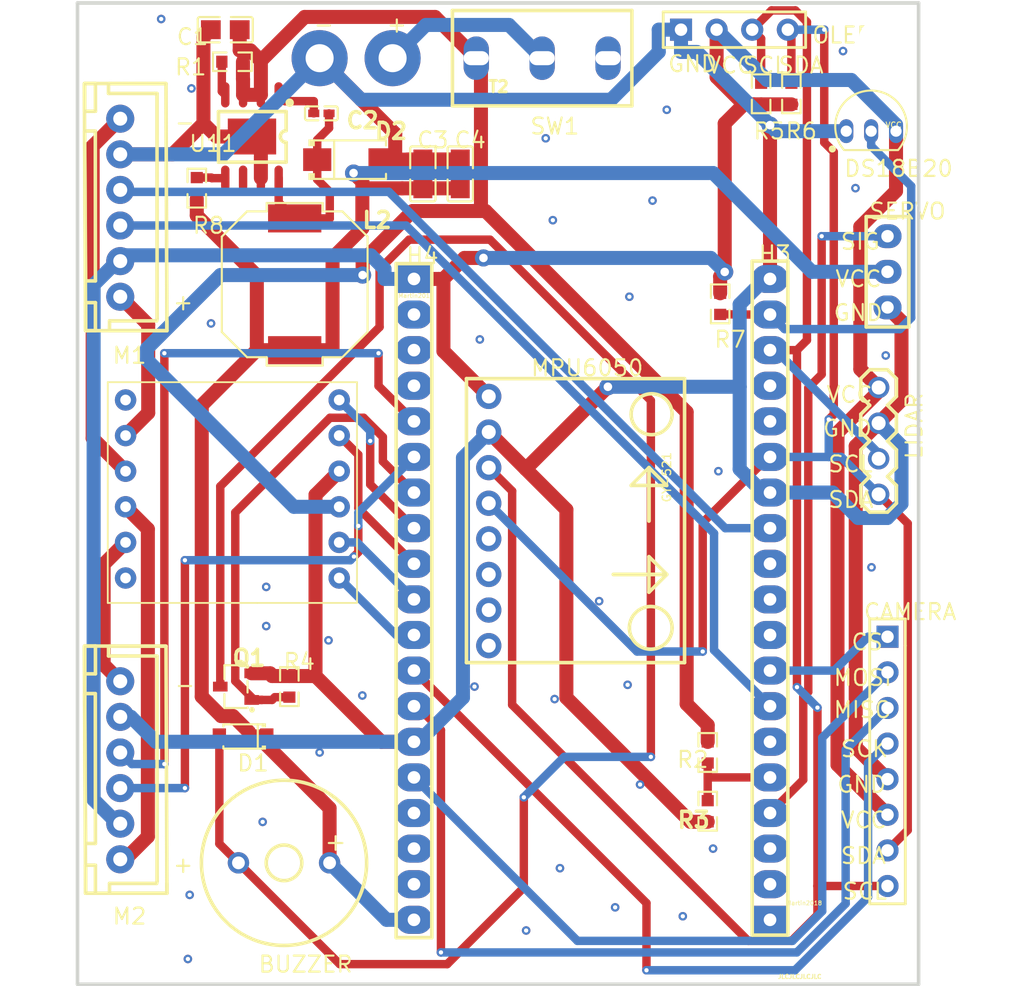
<source format=kicad_pcb>
(kicad_pcb (version 20171130) (host pcbnew "(5.1.9)-1")

  (general
    (thickness 1.6)
    (drawings 28)
    (tracks 397)
    (zones 0)
    (modules 36)
    (nets 52)
  )

  (page A4)
  (layers
    (0 F.Cu signal)
    (31 B.Cu signal)
    (32 B.Adhes user)
    (33 F.Adhes user)
    (34 B.Paste user)
    (35 F.Paste user)
    (36 B.SilkS user)
    (37 F.SilkS user)
    (38 B.Mask user)
    (39 F.Mask user)
    (40 Dwgs.User user)
    (41 Cmts.User user)
    (42 Eco1.User user)
    (43 Eco2.User user)
    (44 Edge.Cuts user)
    (45 Margin user)
    (46 B.CrtYd user)
    (47 F.CrtYd user)
    (48 B.Fab user hide)
    (49 F.Fab user hide)
  )

  (setup
    (last_trace_width 0.25)
    (trace_clearance 0.2)
    (zone_clearance 0.508)
    (zone_45_only no)
    (trace_min 0.2)
    (via_size 0.8)
    (via_drill 0.4)
    (via_min_size 0.4)
    (via_min_drill 0.3)
    (uvia_size 0.3)
    (uvia_drill 0.1)
    (uvias_allowed no)
    (uvia_min_size 0.2)
    (uvia_min_drill 0.1)
    (edge_width 0.05)
    (segment_width 0.2)
    (pcb_text_width 0.3)
    (pcb_text_size 1.5 1.5)
    (mod_edge_width 0.12)
    (mod_text_size 1 1)
    (mod_text_width 0.15)
    (pad_size 1.524 1.524)
    (pad_drill 0.762)
    (pad_to_mask_clearance 0)
    (aux_axis_origin 0 0)
    (visible_elements 7FFFFFFF)
    (pcbplotparams
      (layerselection 0x010fc_ffffffff)
      (usegerberextensions false)
      (usegerberattributes true)
      (usegerberadvancedattributes true)
      (creategerberjobfile true)
      (excludeedgelayer true)
      (linewidth 0.100000)
      (plotframeref false)
      (viasonmask false)
      (mode 1)
      (useauxorigin false)
      (hpglpennumber 1)
      (hpglpenspeed 20)
      (hpglpendiameter 15.000000)
      (psnegative false)
      (psa4output false)
      (plotreference true)
      (plotvalue true)
      (plotinvisibletext false)
      (padsonsilk false)
      (subtractmaskfromsilk false)
      (outputformat 1)
      (mirror false)
      (drillshape 1)
      (scaleselection 1)
      (outputdirectory ""))
  )

  (net 0 "")
  (net 1 +)
  (net 2 +3.3V)
  (net 3 +5V)
  (net 4 BAT+)
  (net 5 BATTERYSTATUS)
  (net 6 BUZZER)
  (net 7 BUZZER_-)
  (net 8 CS)
  (net 9 DRV8833_1)
  (net 10 DRV8833_6)
  (net 11 ECHO)
  (net 12 ENC1OUTA)
  (net 13 ENC1OUTB)
  (net 14 ENC2OUTA)
  (net 15 ENC2OUTB)
  (net 16 GND)
  (net 17 H3_1)
  (net 18 H3_10)
  (net 19 H3_15)
  (net 20 H3_16)
  (net 21 H3_2)
  (net 22 H3_3)
  (net 23 H3_6)
  (net 24 H4_16)
  (net 25 H4_17)
  (net 26 H4_18)
  (net 27 H4_2)
  (net 28 H4_3)
  (net 29 H4_4)
  (net 30 IN1)
  (net 31 IN2)
  (net 32 IN3)
  (net 33 IN4)
  (net 34 LIDARSERVO)
  (net 35 M1+)
  (net 36 M1-)
  (net 37 M2+)
  (net 38 M2-)
  (net 39 MISO)
  (net 40 MOSI)
  (net 41 SCK)
  (net 42 SCL)
  (net 43 SDA)
  (net 44 SW1_1)
  (net 45 TEMP)
  (net 46 TRIG)
  (net 47 U11_1)
  (net 48 U11_4)
  (net 49 U11_5)
  (net 50 U11_6)
  (net 51 U11_8)

  (net_class Default "This is the default net class."
    (clearance 0.2)
    (trace_width 0.25)
    (via_dia 0.8)
    (via_drill 0.4)
    (uvia_dia 0.3)
    (uvia_drill 0.1)
    (add_net +)
    (add_net +3.3V)
    (add_net +5V)
    (add_net BAT+)
    (add_net BATTERYSTATUS)
    (add_net BUZZER)
    (add_net BUZZER_-)
    (add_net CS)
    (add_net DRV8833_1)
    (add_net DRV8833_6)
    (add_net ECHO)
    (add_net ENC1OUTA)
    (add_net ENC1OUTB)
    (add_net ENC2OUTA)
    (add_net ENC2OUTB)
    (add_net GND)
    (add_net H3_1)
    (add_net H3_10)
    (add_net H3_15)
    (add_net H3_16)
    (add_net H3_2)
    (add_net H3_3)
    (add_net H3_6)
    (add_net H4_16)
    (add_net H4_17)
    (add_net H4_18)
    (add_net H4_2)
    (add_net H4_3)
    (add_net H4_4)
    (add_net IN1)
    (add_net IN2)
    (add_net IN3)
    (add_net IN4)
    (add_net LIDARSERVO)
    (add_net M1+)
    (add_net M1-)
    (add_net M2+)
    (add_net M2-)
    (add_net MISO)
    (add_net MOSI)
    (add_net SCK)
    (add_net SCL)
    (add_net SDA)
    (add_net SW1_1)
    (add_net TEMP)
    (add_net TRIG)
    (add_net U11_1)
    (add_net U11_4)
    (add_net U11_5)
    (add_net U11_6)
    (add_net U11_8)
  )

  (module easyeda:R0603 (layer F.Cu) (tedit 0) (tstamp 0)
    (at 58.547 46.482 270)
    (attr smd)
    (fp_text reference R7 (at 2.54 0.508) (layer F.SilkS)
      (effects (font (size 1.143 1.143) (thickness 0.152)) (justify left))
    )
    (fp_text value 4k7 (at 2.764 -4.011 90) (layer F.Fab) hide
      (effects (font (size 1.143 1.143) (thickness 0.152)) (justify left))
    )
    (fp_line (start 0.426 0.661) (end 1.385 0.661) (layer F.SilkS) (width 0.152))
    (fp_line (start 1.385 0.661) (end 1.385 -0.661) (layer F.SilkS) (width 0.152))
    (fp_line (start 1.385 -0.661) (end 0.426 -0.661) (layer F.SilkS) (width 0.152))
    (fp_line (start -0.426 0.661) (end -1.385 0.661) (layer F.SilkS) (width 0.152))
    (fp_line (start -1.385 0.661) (end -1.385 -0.661) (layer F.SilkS) (width 0.152))
    (fp_line (start -1.385 -0.661) (end -0.426 -0.661) (layer F.SilkS) (width 0.152))
    (fp_poly (pts (xy 1.195 -0.45) (xy 0.395 -0.45) (xy 0.345 -0.4) (xy 0.345 -0.172)
      (xy 0.715 -0.172) (xy 0.715 0.158) (xy 0.345 0.158) (xy 0.345 0.4)
      (xy 0.395 0.45) (xy 1.195 0.45) (xy 1.245 0.4) (xy 1.245 -0.4)) (layer F.Paste) (width 0))
    (fp_poly (pts (xy -0.355 -0.4) (xy -0.355 -0.172) (xy -0.735 -0.172) (xy -0.735 0.158)
      (xy -0.355 0.158) (xy -0.355 0.4) (xy -0.405 0.45) (xy -1.195 0.45)
      (xy -1.245 0.4) (xy -1.245 -0.4) (xy -1.195 -0.45) (xy -0.405 -0.45)) (layer F.Paste) (width 0))
    (fp_text user gge5dce7f6038d5e8db (at 0 0) (layer Cmts.User)
      (effects (font (size 1 1) (thickness 0.15)))
    )
    (pad 2 smd rect (at 0.753 0 270) (size 0.806 0.864) (layers F.Cu F.Paste F.Mask)
      (net 45 TEMP))
    (pad 1 smd rect (at -0.753 0 270) (size 0.806 0.864) (layers F.Cu F.Paste F.Mask)
      (net 2 +3.3V))
    (model D:/Programy/KiCad/share/kicad/modules/packages3d/Resistor_SMD.3dshapes/R_0603_1608Metric.step
      (at (xyz 0 0 0))
      (scale (xyz 1 1 1))
      (rotate (xyz 0 0 0))
    )
  )

  (module easyeda:R0603 (layer F.Cu) (tedit 0) (tstamp 0)
    (at 21.209 38.227 270)
    (attr smd)
    (fp_text reference R8 (at 2.667 0.381) (layer F.SilkS)
      (effects (font (size 1.143 1.143) (thickness 0.152)) (justify left))
    )
    (fp_text value 100k (at 3.315 -4.011 90) (layer F.Fab) hide
      (effects (font (size 1.143 1.143) (thickness 0.152)) (justify left))
    )
    (fp_line (start 0.426 0.661) (end 1.385 0.661) (layer F.SilkS) (width 0.152))
    (fp_line (start 1.385 0.661) (end 1.385 -0.661) (layer F.SilkS) (width 0.152))
    (fp_line (start 1.385 -0.661) (end 0.426 -0.661) (layer F.SilkS) (width 0.152))
    (fp_line (start -0.426 0.661) (end -1.385 0.661) (layer F.SilkS) (width 0.152))
    (fp_line (start -1.385 0.661) (end -1.385 -0.661) (layer F.SilkS) (width 0.152))
    (fp_line (start -1.385 -0.661) (end -0.426 -0.661) (layer F.SilkS) (width 0.152))
    (fp_poly (pts (xy 1.195 -0.45) (xy 0.395 -0.45) (xy 0.345 -0.4) (xy 0.345 -0.172)
      (xy 0.715 -0.172) (xy 0.715 0.158) (xy 0.345 0.158) (xy 0.345 0.4)
      (xy 0.395 0.45) (xy 1.195 0.45) (xy 1.245 0.4) (xy 1.245 -0.4)) (layer F.Paste) (width 0))
    (fp_poly (pts (xy -0.355 -0.4) (xy -0.355 -0.172) (xy -0.735 -0.172) (xy -0.735 0.158)
      (xy -0.355 0.158) (xy -0.355 0.4) (xy -0.405 0.45) (xy -1.195 0.45)
      (xy -1.245 0.4) (xy -1.245 -0.4) (xy -1.195 -0.45) (xy -0.405 -0.45)) (layer F.Paste) (width 0))
    (fp_text user ggea9fb1b5776589381 (at 0 0) (layer Cmts.User)
      (effects (font (size 1 1) (thickness 0.15)))
    )
    (pad 2 smd rect (at 0.753 0 270) (size 0.806 0.864) (layers F.Cu F.Paste F.Mask)
      (net 3 +5V))
    (pad 1 smd rect (at -0.753 0 270) (size 0.806 0.864) (layers F.Cu F.Paste F.Mask)
      (net 49 U11_5))
    (model D:/Programy/KiCad/share/kicad/modules/packages3d/Resistor_SMD.3dshapes/R_0603_1608Metric.step
      (at (xyz 0 0 0))
      (scale (xyz 1 1 1))
      (rotate (xyz 0 0 0))
    )
  )

  (module "easyeda:DRV8833 DUAL MOTOR DRIVER M" (layer F.Cu) (tedit 0) (tstamp 0)
    (at 23.749 59.69)
    (fp_text reference DRV8833 (at 13.97 -9.271 180) (layer F.SilkS) hide
      (effects (font (size 1.143 1.143) (thickness 0.152)) (justify left))
    )
    (fp_text value DRV8833 (at -6.223 -8.001) (layer Cmts.User)
      (effects (font (size 1.27 1.27) (thickness 0.152)) (justify left))
    )
    (fp_line (start 8.89 -7.62) (end 8.89 8.128) (layer F.SilkS) (width 0.127))
    (fp_line (start 8.89 8.128) (end 1.778 8.128) (layer F.SilkS) (width 0.127))
    (fp_line (start 1.778 8.128) (end -8.89 8.128) (layer F.SilkS) (width 0.127))
    (fp_line (start -8.89 8.128) (end -8.89 -7.62) (layer F.SilkS) (width 0.127))
    (fp_line (start -8.89 -7.62) (end 8.89 -7.62) (layer F.SilkS) (width 0.127))
    (fp_text user gge3e5b1e59731030a7 (at 0 0) (layer Cmts.User)
      (effects (font (size 1 1) (thickness 0.15)))
    )
    (pad 10 thru_hole circle (at 7.62 -1.27) (size 1.524 1.524) (drill 0.762) (layers *.Cu *.Paste *.Mask)
      (net 16 GND))
    (pad 11 thru_hole circle (at 7.62 -3.81) (size 1.524 1.524) (drill 0.762) (layers *.Cu *.Paste *.Mask)
      (net 31 IN2))
    (pad 12 thru_hole circle (at 7.62 -6.35) (size 1.524 1.524) (drill 0.762) (layers *.Cu *.Paste *.Mask)
      (net 30 IN1))
    (pad 9 thru_hole circle (at 7.62 1.27) (size 1.524 1.524) (drill 0.762) (layers *.Cu *.Paste *.Mask)
      (net 4 BAT+))
    (pad 8 thru_hole circle (at 7.62 3.81) (size 1.524 1.524) (drill 0.762) (layers *.Cu *.Paste *.Mask)
      (net 33 IN4))
    (pad 7 thru_hole circle (at 7.62 6.35) (size 1.524 1.524) (drill 0.762) (layers *.Cu *.Paste *.Mask)
      (net 32 IN3))
    (pad 6 thru_hole circle (at -7.62 6.35) (size 1.524 1.524) (drill 0.762) (layers *.Cu *.Paste *.Mask)
      (net 10 DRV8833_6))
    (pad 5 thru_hole circle (at -7.62 3.81) (size 1.524 1.524) (drill 0.762) (layers *.Cu *.Paste *.Mask)
      (net 38 M2-))
    (pad 4 thru_hole circle (at -7.62 1.27) (size 1.524 1.524) (drill 0.762) (layers *.Cu *.Paste *.Mask)
      (net 37 M2+))
    (pad 3 thru_hole circle (at -7.62 -1.27) (size 1.524 1.524) (drill 0.762) (layers *.Cu *.Paste *.Mask)
      (net 36 M1-))
    (pad 2 thru_hole circle (at -7.62 -3.81) (size 1.524 1.524) (drill 0.762) (layers *.Cu *.Paste *.Mask)
      (net 35 M1+))
    (pad 1 thru_hole circle (at -7.62 -6.35) (size 1.524 1.524) (drill 0.762) (layers *.Cu *.Paste *.Mask)
      (net 9 DRV8833_1))
    (model D:/Programy/KiCad/3dModels/DRV8833/DRV8833.STEP
      (offset (xyz 3 18.5 3.5))
      (scale (xyz 1 1 1))
      (rotate (xyz -90 0 0))
    )
  )

  (module easyeda:PINHEADER1X4N (layer F.Cu) (tedit 0) (tstamp 0)
    (at 69.85 57.531 270)
    (fp_text reference LIDAR (at 0.127 -2.54 90) (layer F.SilkS)
      (effects (font (size 1.143 1.143) (thickness 0.152)) (justify left))
    )
    (fp_text value "LiDAR sensor" (at 9.401 -4.572 90) (layer F.Fab) hide
      (effects (font (size 1.143 1.143) (thickness 0.152)) (justify left))
    )
    (fp_line (start 1.27 0.635) (end 0.635 1.27) (layer F.SilkS) (width 0.254))
    (fp_line (start 0.635 1.27) (end -0.635 1.27) (layer F.SilkS) (width 0.254))
    (fp_line (start -0.635 1.27) (end -1.27 0.635) (layer F.SilkS) (width 0.254))
    (fp_line (start -1.27 -0.635) (end -1.905 -1.27) (layer F.SilkS) (width 0.254))
    (fp_line (start -1.905 -1.27) (end -3.175 -1.27) (layer F.SilkS) (width 0.254))
    (fp_line (start -3.175 -1.27) (end -3.81 -0.635) (layer F.SilkS) (width 0.254))
    (fp_line (start -1.27 0.635) (end -1.905 1.27) (layer F.SilkS) (width 0.254))
    (fp_line (start -1.905 1.27) (end -3.175 1.27) (layer F.SilkS) (width 0.254))
    (fp_line (start -3.175 1.27) (end -3.81 0.635) (layer F.SilkS) (width 0.254))
    (fp_line (start 3.81 -0.635) (end 3.81 0.635) (layer F.SilkS) (width 0.254))
    (fp_line (start -3.81 -0.635) (end -4.445 -1.27) (layer F.SilkS) (width 0.254))
    (fp_line (start -4.445 -1.27) (end -5.715 -1.27) (layer F.SilkS) (width 0.254))
    (fp_line (start -5.715 -1.27) (end -6.35 -0.635) (layer F.SilkS) (width 0.254))
    (fp_line (start -3.81 0.635) (end -4.445 1.27) (layer F.SilkS) (width 0.254))
    (fp_line (start -4.445 1.27) (end -5.715 1.27) (layer F.SilkS) (width 0.254))
    (fp_line (start -5.715 1.27) (end -6.35 0.635) (layer F.SilkS) (width 0.254))
    (fp_line (start -6.35 -0.635) (end -6.35 0.635) (layer F.SilkS) (width 0.254))
    (fp_line (start 1.27 -0.635) (end 0.635 -1.27) (layer F.SilkS) (width 0.254))
    (fp_line (start 0.635 -1.27) (end -0.635 -1.27) (layer F.SilkS) (width 0.254))
    (fp_line (start -0.635 -1.27) (end -1.27 -0.635) (layer F.SilkS) (width 0.254))
    (fp_line (start 3.81 -0.635) (end 3.175 -1.27) (layer F.SilkS) (width 0.254))
    (fp_line (start 3.175 -1.27) (end 1.905 -1.27) (layer F.SilkS) (width 0.254))
    (fp_line (start 1.905 -1.27) (end 1.27 -0.635) (layer F.SilkS) (width 0.254))
    (fp_line (start 3.81 0.635) (end 3.175 1.27) (layer F.SilkS) (width 0.254))
    (fp_line (start 3.175 1.27) (end 1.905 1.27) (layer F.SilkS) (width 0.254))
    (fp_line (start 1.905 1.27) (end 1.27 0.635) (layer F.SilkS) (width 0.254))
    (fp_text user gge315ade353036a2d2 (at 0 0) (layer Cmts.User)
      (effects (font (size 1 1) (thickness 0.15)))
    )
    (pad 1 thru_hole circle (at -5.08 0 270) (size 1.524 1.524) (drill 1) (layers *.Cu *.Paste *.Mask)
      (net 2 +3.3V))
    (pad 2 thru_hole circle (at -2.54 0 270) (size 1.524 1.524) (drill 1) (layers *.Cu *.Paste *.Mask)
      (net 16 GND))
    (pad 3 thru_hole circle (at 0 0 270) (size 1.524 1.524) (drill 1) (layers *.Cu *.Paste *.Mask)
      (net 42 SCL))
    (pad 4 thru_hole circle (at 2.54 0 270) (size 1.524 1.524) (drill 1) (layers *.Cu *.Paste *.Mask)
      (net 43 SDA))
    (model D:/Programy/KiCad/share/kicad/modules/packages3d/Connector_PinHeader_2.54mm.3dshapes/PinHeader_1x04_P2.54mm_Vertical.STEP
      (offset (xyz 2.5 0 0))
      (scale (xyz 1 1 1))
      (rotate (xyz 0 0 90))
    )
  )

  (module easyeda:GY-521 (layer F.Cu) (tedit 0) (tstamp 0)
    (at 42.037 53.086 270)
    (fp_text reference MPU6050 (at -2.032 -2.921) (layer F.SilkS)
      (effects (font (size 1.143 1.143) (thickness 0.152)) (justify left))
    )
    (fp_text value GY-521 (at 7.62 -12.7 270) (layer F.SilkS)
      (effects (font (size 0.6 0.6) (thickness 0.1)) (justify left))
    )
    (fp_line (start 5.08 -11.43) (end 8.89 -11.43) (layer F.SilkS) (width 0.254))
    (fp_line (start 8.89 -11.43) (end 5.08 -11.43) (layer F.SilkS) (width 0.254))
    (fp_line (start 5.08 -11.43) (end 6.35 -12.7) (layer F.SilkS) (width 0.254))
    (fp_line (start 6.35 -12.7) (end 6.35 -10.16) (layer F.SilkS) (width 0.254))
    (fp_line (start 6.35 -10.16) (end 5.08 -11.43) (layer F.SilkS) (width 0.254))
    (fp_line (start 12.7 -12.7) (end 12.7 -8.89) (layer F.SilkS) (width 0.254))
    (fp_line (start 12.7 -8.89) (end 12.7 -12.7) (layer F.SilkS) (width 0.254))
    (fp_line (start 12.7 -12.7) (end 11.43 -11.43) (layer F.SilkS) (width 0.254))
    (fp_line (start 11.43 -11.43) (end 13.97 -11.43) (layer F.SilkS) (width 0.254))
    (fp_line (start 13.97 -11.43) (end 12.7 -12.7) (layer F.SilkS) (width 0.254))
    (fp_line (start -1.27 -13.97) (end 18.99 -13.97) (layer F.SilkS) (width 0.254))
    (fp_line (start 18.99 -13.97) (end 18.99 1.59) (layer F.SilkS) (width 0.254))
    (fp_line (start 18.99 1.59) (end -1.27 1.59) (layer F.SilkS) (width 0.254))
    (fp_line (start -1.27 1.59) (end -1.27 -13.97) (layer F.SilkS) (width 0.254))
    (fp_arc (start 16.51 -11.557) (end 16.51 -13.081) (angle 180) (layer F.SilkS) (width 0.254))
    (fp_arc (start 16.51 -11.557) (end 16.51 -10.033) (angle 180) (layer F.SilkS) (width 0.254))
    (fp_arc (start 1.27 -11.62) (end 1.27 -13.081) (angle 180) (layer F.SilkS) (width 0.254))
    (fp_arc (start 1.27 -11.62) (end 1.27 -10.16) (angle 180) (layer F.SilkS) (width 0.254))
    (fp_text user gge162ae030fc0facf9 (at 0 0) (layer Cmts.User)
      (effects (font (size 1 1) (thickness 0.15)))
    )
    (pad 1 thru_hole circle (at 0 0) (size 1.8 1.8) (drill 1) (layers *.Cu *.Paste *.Mask)
      (net 2 +3.3V))
    (pad 2 thru_hole circle (at 2.54 0) (size 1.8 1.8) (drill 1) (layers *.Cu *.Paste *.Mask)
      (net 16 GND))
    (pad 3 thru_hole circle (at 5.08 0) (size 1.8 1.8) (drill 1) (layers *.Cu *.Paste *.Mask)
      (net 42 SCL))
    (pad 4 thru_hole circle (at 7.62 0) (size 1.8 1.8) (drill 1) (layers *.Cu *.Paste *.Mask)
      (net 43 SDA))
    (pad 5 thru_hole circle (at 10.16 0) (size 1.8 1.8) (drill 1) (layers *.Cu *.Paste *.Mask))
    (pad 6 thru_hole circle (at 12.7 0) (size 1.8 1.8) (drill 1) (layers *.Cu *.Paste *.Mask))
    (pad 7 thru_hole circle (at 15.24 0) (size 1.8 1.8) (drill 1) (layers *.Cu *.Paste *.Mask))
    (pad 8 thru_hole circle (at 17.78 0) (size 1.8 1.8) (drill 1) (layers *.Cu *.Paste *.Mask))
    (model D:/Programy/KiCad/3dModels/ITG-MPU.STEP
      (offset (xyz 29.5 -4 -2.5))
      (scale (xyz 1 1 1))
      (rotate (xyz -90 0 90))
    )
  )

  (module easyeda:R0603 (layer F.Cu) (tedit 0) (tstamp 0)
    (at 57.658 82.677 270)
    (attr smd)
    (fp_text reference R3 (at 0.635 2.286) (layer F.SilkS)
      (effects (font (size 1.143 1.143) (thickness 0.254)) (justify left))
    )
    (fp_text value 220k (at 3.835 -4.011 90) (layer F.Fab) hide
      (effects (font (size 1.143 1.143) (thickness 0.152)) (justify left))
    )
    (fp_line (start 0.426 0.661) (end 1.385 0.661) (layer F.SilkS) (width 0.152))
    (fp_line (start 1.385 0.661) (end 1.385 -0.661) (layer F.SilkS) (width 0.152))
    (fp_line (start 1.385 -0.661) (end 0.426 -0.661) (layer F.SilkS) (width 0.152))
    (fp_line (start -0.426 0.661) (end -1.385 0.661) (layer F.SilkS) (width 0.152))
    (fp_line (start -1.385 0.661) (end -1.385 -0.661) (layer F.SilkS) (width 0.152))
    (fp_line (start -1.385 -0.661) (end -0.426 -0.661) (layer F.SilkS) (width 0.152))
    (fp_poly (pts (xy 1.195 -0.45) (xy 0.395 -0.45) (xy 0.345 -0.4) (xy 0.345 -0.172)
      (xy 0.715 -0.172) (xy 0.715 0.158) (xy 0.345 0.158) (xy 0.345 0.4)
      (xy 0.395 0.45) (xy 1.195 0.45) (xy 1.245 0.4) (xy 1.245 -0.4)) (layer F.Paste) (width 0))
    (fp_poly (pts (xy -0.355 -0.4) (xy -0.355 -0.172) (xy -0.735 -0.172) (xy -0.735 0.158)
      (xy -0.355 0.158) (xy -0.355 0.4) (xy -0.405 0.45) (xy -1.195 0.45)
      (xy -1.245 0.4) (xy -1.245 -0.4) (xy -1.195 -0.45) (xy -0.405 -0.45)) (layer F.Paste) (width 0))
    (fp_text user gge3b544509f19dfc56 (at 0 0) (layer Cmts.User)
      (effects (font (size 1 1) (thickness 0.15)))
    )
    (pad 2 smd rect (at 0.753 0 270) (size 0.806 0.864) (layers F.Cu F.Paste F.Mask)
      (net 16 GND))
    (pad 1 smd rect (at -0.753 0 270) (size 0.806 0.864) (layers F.Cu F.Paste F.Mask)
      (net 5 BATTERYSTATUS))
    (model D:/Programy/KiCad/share/kicad/modules/packages3d/Resistor_SMD.3dshapes/R_0603_1608Metric.step
      (at (xyz 0 0 0))
      (scale (xyz 1 1 1))
      (rotate (xyz 0 0 0))
    )
  )

  (module easyeda:PAD4MM (layer F.Cu) (tedit 0) (tstamp 0)
    (at 35.179 28.956)
    (fp_text reference + (at -0.508 -2.413) (layer F.SilkS)
      (effects (font (size 1.143 1.143) (thickness 0.152)) (justify left))
    )
    (fp_text value + (at 0 -4.826) (layer F.Fab) hide
      (effects (font (size 1.143 1.143) (thickness 0.152)) (justify left))
    )
    (fp_text user gge91916478b4a56d2d (at 0 0) (layer Cmts.User)
      (effects (font (size 1 1) (thickness 0.15)))
    )
    (pad 1 thru_hole circle (at 0 0) (size 4 4) (drill 2) (layers *.Cu *.Paste *.Mask)
      (net 1 +))
  )

  (module easyeda:PAD4MM (layer F.Cu) (tedit 0) (tstamp 0)
    (at 29.972 28.956)
    (fp_text reference - (at -0.508 -2.413) (layer F.SilkS)
      (effects (font (size 1.143 1.143) (thickness 0.152)) (justify left))
    )
    (fp_text value - (at 0 -4.826) (layer F.Fab) hide
      (effects (font (size 1.143 1.143) (thickness 0.152)) (justify left))
    )
    (fp_text user gge40c1ab7f46aca369 (at 0 0) (layer Cmts.User)
      (effects (font (size 1 1) (thickness 0.15)))
    )
    (pad 1 thru_hole circle (at 0 0) (size 4 4) (drill 2) (layers *.Cu *.Paste *.Mask)
      (net 16 GND))
  )

  (module easyeda:SOD-106_L4.5-W2.6-LS5.0-RD (layer F.Cu) (tedit 0) (tstamp 0)
    (at 32.131 36.195)
    (attr smd)
    (fp_text reference D2 (at 1.651 -2.032) (layer F.SilkS)
      (effects (font (size 1.143 1.143) (thickness 0.254)) (justify left))
    )
    (fp_text value B330B-13-F (at 0 -4.064) (layer F.Fab) hide
      (effects (font (size 1.143 1.143) (thickness 0.152)) (justify left))
    )
    (fp_poly (pts (xy -2.305 0.098) (xy -2.305 -0.098) (xy -1.525 -0.098) (xy -1.525 0.098)) (layer Cmts.User) (width 0))
    (fp_poly (pts (xy 2.305 0.098) (xy 2.305 -0.098) (xy 1.525 -0.098) (xy 1.525 0.098)) (layer Cmts.User) (width 0))
    (fp_poly (pts (xy 2.012 0.65) (xy 2.012 -0.65) (xy 1.817 -0.65) (xy 1.817 0.65)) (layer Cmts.User) (width 0))
    (fp_line (start -2.576 1.376) (end 2.576 1.376) (layer F.SilkS) (width 0.152))
    (fp_line (start -2.576 -1.376) (end 2.576 -1.376) (layer F.SilkS) (width 0.152))
    (fp_line (start -1.122 -1.376) (end -1.122 1.376) (layer F.SilkS) (width 0.152))
    (fp_line (start 2.576 -1.376) (end 2.576 -1.013) (layer F.SilkS) (width 0.152))
    (fp_line (start 2.576 1.376) (end 2.576 1.013) (layer F.SilkS) (width 0.152))
    (fp_poly (pts (xy -2.5 -1.452) (xy -2.5 -0.962) (xy -2.957 -0.962) (xy -2.957 -1.452)) (layer F.SilkS) (width 0))
    (fp_poly (pts (xy -2.5 1.452) (xy -2.5 0.962) (xy -2.957 0.962) (xy -2.957 1.452)) (layer F.SilkS) (width 0))
    (fp_text user ggeeeb32fb21060833f (at 0 0) (layer Cmts.User)
      (effects (font (size 1 1) (thickness 0.15)))
    )
    (pad 2 smd rect (at 2.33 0 180) (size 2.01 1.62) (layers F.Cu F.Paste F.Mask)
      (net 16 GND))
    (pad 1 smd rect (at -2.33 0 180) (size 2.01 1.62) (layers F.Cu F.Paste F.Mask)
      (net 51 U11_8))
    (model D:/Programy/KiCad/share/kicad/modules/packages3d/Diode_SMD.3dshapes/D_SMA.step
      (at (xyz 0 0 0))
      (scale (xyz 1 1 1))
      (rotate (xyz 0 0 0))
    )
  )

  (module easyeda:SC-59-3_L2.9-W1.5-P0.95-LS2.8-BR (layer F.Cu) (tedit 0) (tstamp 0)
    (at 24.004 73.788)
    (attr smd)
    (fp_text reference Q1 (at -0.382 -2.033) (layer F.SilkS)
      (effects (font (size 1.143 1.143) (thickness 0.254)) (justify left))
    )
    (fp_text value 2N7002 (at -0.001 -3.811) (layer F.Fab) hide
      (effects (font (size 1.143 1.143) (thickness 0.152)) (justify left))
    )
    (fp_circle (center 1.016 1.016) (end 1.116 1.016) (layer Cmts.User) (width 0.2))
    (fp_line (start -0.826 -0.53) (end -0.826 -1.526) (layer F.SilkS) (width 0.152))
    (fp_line (start -0.826 1.526) (end -0.826 0.53) (layer F.SilkS) (width 0.152))
    (fp_line (start 0.826 1.48) (end 0.826 1.526) (layer F.SilkS) (width 0.152))
    (fp_line (start 0.826 -0.42) (end 0.826 0.42) (layer F.SilkS) (width 0.152))
    (fp_line (start 0.826 -1.526) (end 0.826 -1.48) (layer F.SilkS) (width 0.152))
    (fp_line (start 0.826 1.526) (end -0.826 1.526) (layer F.SilkS) (width 0.152))
    (fp_line (start 0.826 -1.526) (end -0.826 -1.526) (layer F.SilkS) (width 0.152))
    (fp_circle (center 1.143 1.651) (end 1.243 1.651) (layer F.SilkS) (width 0.2))
    (fp_text user ggec43508de72fdc6d8 (at 0 0) (layer Cmts.User)
      (effects (font (size 1 1) (thickness 0.15)))
    )
    (pad 1 smd rect (at 1.12 0.95 90) (size 0.7 1.04) (layers F.Cu F.Paste F.Mask)
      (net 6 BUZZER))
    (pad 2 smd rect (at 1.12 -0.95 90) (size 0.7 1.04) (layers F.Cu F.Paste F.Mask)
      (net 16 GND))
    (pad 3 smd rect (at -1.12 0 90) (size 0.7 1.04) (layers F.Cu F.Paste F.Mask)
      (net 7 BUZZER_-))
    (model D:/Programy/KiCad/share/kicad/modules/packages3d/Package_TO_SOT_SMD.3dshapes/SC-59.step
      (at (xyz 0 0 0))
      (scale (xyz 1 1 1))
      (rotate (xyz 0 0 180))
    )
  )

  (module easyeda:BUZZER-12MM (layer F.Cu) (tedit 0) (tstamp 0)
    (at 27.432 86.36)
    (fp_text reference BUZZER (at -1.905 7.239) (layer F.SilkS)
      (effects (font (size 1.143 1.143) (thickness 0.152)) (justify left))
    )
    (fp_text value + (at 2.794 -1.511) (layer F.SilkS)
      (effects (font (size 1.27 1.27) (thickness 0.152)) (justify left))
    )
    (fp_circle (center 0 0) (end 5.893 0) (layer F.SilkS) (width 0.254))
    (fp_circle (center 0 0) (end 1.27 0) (layer F.SilkS) (width 0.254))
    (fp_text user gge142ed890fc210796 (at 0 0) (layer Cmts.User)
      (effects (font (size 1 1) (thickness 0.15)))
    )
    (pad - thru_hole circle (at -3.251 0) (size 1.524 1.524) (drill 0.914) (layers *.Cu *.Paste *.Mask)
      (net 7 BUZZER_-))
    (pad + thru_hole circle (at 3.251 0) (size 1.524 1.524) (drill 0.914) (layers *.Cu *.Paste *.Mask)
      (net 3 +5V))
    (model D:/Programy/KiCad/share/kicad/modules/packages3d/Buzzer_Beeper.3dshapes/MagneticBuzzer_ProSignal_ABI-009-RC.step
      (offset (xyz -3.5 0 0))
      (scale (xyz 0.9 0.9 0.9))
      (rotate (xyz 0 0 0))
    )
  )

  (module easyeda:C0805 (layer F.Cu) (tedit 0) (tstamp 0)
    (at 23.241 26.924)
    (attr smd)
    (fp_text reference C1 (at -3.556 0.508) (layer F.SilkS)
      (effects (font (size 1.143 1.143) (thickness 0.152)) (justify left))
    )
    (fp_text value "22uF 16V" (at 0 -3.048) (layer F.Fab) hide
      (effects (font (size 1.143 1.143) (thickness 0.152)) (justify left))
    )
    (fp_poly (pts (xy -1.675 0.62) (xy -1.675 -0.66) (xy -1.625 -0.71) (xy -0.475 -0.71)
      (xy -0.425 -0.66) (xy -0.42 -0.25) (xy -0.87 -0.25) (xy -0.87 0.2)
      (xy -0.43 0.2) (xy -0.425 0.62) (xy -0.475 0.67) (xy -1.625 0.67)) (layer F.Paste) (width 0))
    (fp_poly (pts (xy 0.475 0.62) (xy 0.475 0.2) (xy 0.92 0.2) (xy 0.92 -0.25)
      (xy 0.48 -0.25) (xy 0.475 -0.66) (xy 0.525 -0.71) (xy 1.675 -0.71)
      (xy 1.725 -0.66) (xy 1.725 0.62) (xy 1.675 0.67) (xy 0.525 0.67)) (layer F.Paste) (width 0))
    (fp_line (start 1.811 -0.904) (end 0.401 -0.904) (layer F.SilkS) (width 0.152))
    (fp_line (start 0.401 0.904) (end 1.811 0.904) (layer F.SilkS) (width 0.152))
    (fp_line (start 1.964 0.751) (end 1.964 -0.751) (layer F.SilkS) (width 0.152))
    (fp_line (start -1.811 -0.904) (end -0.401 -0.904) (layer F.SilkS) (width 0.152))
    (fp_line (start -0.401 0.904) (end -1.811 0.904) (layer F.SilkS) (width 0.152))
    (fp_line (start -1.964 0.751) (end -1.964 -0.751) (layer F.SilkS) (width 0.152))
    (fp_arc (start 1.811 0.751) (end 1.964 0.751) (angle 90) (layer F.SilkS) (width 0.152))
    (fp_arc (start 1.811 -0.751) (end 1.811 -0.904) (angle 90) (layer F.SilkS) (width 0.152))
    (fp_arc (start -1.811 0.751) (end -1.811 0.904) (angle 90) (layer F.SilkS) (width 0.152))
    (fp_arc (start -1.811 -0.751) (end -1.964 -0.751) (angle 90) (layer F.SilkS) (width 0.152))
    (fp_text user gge34ab40b585e17e7c (at 0 0) (layer Cmts.User)
      (effects (font (size 1 1) (thickness 0.15)))
    )
    (pad 2 smd rect (at 1.03 0) (size 1.41 1.35) (layers F.Cu F.Paste F.Mask)
      (net 4 BAT+))
    (pad 1 smd rect (at -1.03 0) (size 1.41 1.35) (layers F.Cu F.Paste F.Mask)
      (net 16 GND))
    (model D:/Programy/KiCad/share/kicad/modules/packages3d/Capacitor_SMD.3dshapes/C_0805_2012Metric.step
      (at (xyz 0 0 0))
      (scale (xyz 1 1 1))
      (rotate (xyz 0 0 0))
    )
  )

  (module easyeda:C0805 (layer F.Cu) (tedit 0) (tstamp 0)
    (at 37.338 37.211 270)
    (attr smd)
    (fp_text reference C3 (at -2.413 0.508) (layer F.SilkS)
      (effects (font (size 1.143 1.143) (thickness 0.152)) (justify left))
    )
    (fp_text value "22uF 16V" (at 7.325 -4.265 90) (layer F.Fab) hide
      (effects (font (size 1.143 1.143) (thickness 0.152)) (justify left))
    )
    (fp_poly (pts (xy -1.675 0.62) (xy -1.675 -0.66) (xy -1.625 -0.71) (xy -0.475 -0.71)
      (xy -0.425 -0.66) (xy -0.42 -0.25) (xy -0.87 -0.25) (xy -0.87 0.2)
      (xy -0.43 0.2) (xy -0.425 0.62) (xy -0.475 0.67) (xy -1.625 0.67)) (layer F.Paste) (width 0))
    (fp_poly (pts (xy 0.475 0.62) (xy 0.475 0.2) (xy 0.92 0.2) (xy 0.92 -0.25)
      (xy 0.48 -0.25) (xy 0.475 -0.66) (xy 0.525 -0.71) (xy 1.675 -0.71)
      (xy 1.725 -0.66) (xy 1.725 0.62) (xy 1.675 0.67) (xy 0.525 0.67)) (layer F.Paste) (width 0))
    (fp_line (start 1.811 -0.904) (end 0.401 -0.904) (layer F.SilkS) (width 0.152))
    (fp_line (start 0.401 0.904) (end 1.811 0.904) (layer F.SilkS) (width 0.152))
    (fp_line (start 1.964 0.751) (end 1.964 -0.751) (layer F.SilkS) (width 0.152))
    (fp_line (start -1.811 -0.904) (end -0.401 -0.904) (layer F.SilkS) (width 0.152))
    (fp_line (start -0.401 0.904) (end -1.811 0.904) (layer F.SilkS) (width 0.152))
    (fp_line (start -1.964 0.751) (end -1.964 -0.751) (layer F.SilkS) (width 0.152))
    (fp_arc (start 1.811 0.751) (end 1.964 0.751) (angle 90) (layer F.SilkS) (width 0.152))
    (fp_arc (start 1.811 -0.751) (end 1.811 -0.904) (angle 90) (layer F.SilkS) (width 0.152))
    (fp_arc (start -1.811 0.751) (end -1.811 0.904) (angle 90) (layer F.SilkS) (width 0.152))
    (fp_arc (start -1.811 -0.751) (end -1.964 -0.751) (angle 90) (layer F.SilkS) (width 0.152))
    (fp_text user gge7bebb7349b91a489 (at 0 0) (layer Cmts.User)
      (effects (font (size 1 1) (thickness 0.15)))
    )
    (pad 2 smd rect (at 1.03 0 270) (size 1.41 1.35) (layers F.Cu F.Paste F.Mask)
      (net 3 +5V))
    (pad 1 smd rect (at -1.03 0 270) (size 1.41 1.35) (layers F.Cu F.Paste F.Mask)
      (net 16 GND))
    (model D:/Programy/KiCad/share/kicad/modules/packages3d/Capacitor_SMD.3dshapes/C_0805_2012Metric.step
      (at (xyz 0 0 0))
      (scale (xyz 1 1 1))
      (rotate (xyz 0 0 0))
    )
  )

  (module easyeda:C0805 (layer F.Cu) (tedit 0) (tstamp 0)
    (at 40.005 37.211 270)
    (attr smd)
    (fp_text reference C4 (at -2.413 0.508) (layer F.SilkS)
      (effects (font (size 1.143 1.143) (thickness 0.152)) (justify left))
    )
    (fp_text value "22uF 16V" (at 7.325 -4.265 90) (layer F.Fab) hide
      (effects (font (size 1.143 1.143) (thickness 0.152)) (justify left))
    )
    (fp_poly (pts (xy -1.675 0.62) (xy -1.675 -0.66) (xy -1.625 -0.71) (xy -0.475 -0.71)
      (xy -0.425 -0.66) (xy -0.42 -0.25) (xy -0.87 -0.25) (xy -0.87 0.2)
      (xy -0.43 0.2) (xy -0.425 0.62) (xy -0.475 0.67) (xy -1.625 0.67)) (layer F.Paste) (width 0))
    (fp_poly (pts (xy 0.475 0.62) (xy 0.475 0.2) (xy 0.92 0.2) (xy 0.92 -0.25)
      (xy 0.48 -0.25) (xy 0.475 -0.66) (xy 0.525 -0.71) (xy 1.675 -0.71)
      (xy 1.725 -0.66) (xy 1.725 0.62) (xy 1.675 0.67) (xy 0.525 0.67)) (layer F.Paste) (width 0))
    (fp_line (start 1.811 -0.904) (end 0.401 -0.904) (layer F.SilkS) (width 0.152))
    (fp_line (start 0.401 0.904) (end 1.811 0.904) (layer F.SilkS) (width 0.152))
    (fp_line (start 1.964 0.751) (end 1.964 -0.751) (layer F.SilkS) (width 0.152))
    (fp_line (start -1.811 -0.904) (end -0.401 -0.904) (layer F.SilkS) (width 0.152))
    (fp_line (start -0.401 0.904) (end -1.811 0.904) (layer F.SilkS) (width 0.152))
    (fp_line (start -1.964 0.751) (end -1.964 -0.751) (layer F.SilkS) (width 0.152))
    (fp_arc (start 1.811 0.751) (end 1.964 0.751) (angle 90) (layer F.SilkS) (width 0.152))
    (fp_arc (start 1.811 -0.751) (end 1.811 -0.904) (angle 90) (layer F.SilkS) (width 0.152))
    (fp_arc (start -1.811 0.751) (end -1.811 0.904) (angle 90) (layer F.SilkS) (width 0.152))
    (fp_arc (start -1.811 -0.751) (end -1.964 -0.751) (angle 90) (layer F.SilkS) (width 0.152))
    (fp_text user gge5840e47bd8d4c0a6 (at 0 0) (layer Cmts.User)
      (effects (font (size 1 1) (thickness 0.15)))
    )
    (pad 2 smd rect (at 1.03 0 270) (size 1.41 1.35) (layers F.Cu F.Paste F.Mask)
      (net 3 +5V))
    (pad 1 smd rect (at -1.03 0 270) (size 1.41 1.35) (layers F.Cu F.Paste F.Mask)
      (net 16 GND))
    (model D:/Programy/KiCad/share/kicad/modules/packages3d/Capacitor_SMD.3dshapes/C_0805_2012Metric.step
      (at (xyz 0 0 0))
      (scale (xyz 1 1 1))
      (rotate (xyz 0 0 0))
    )
  )

  (module easyeda:8PIN (layer F.Cu) (tedit 0) (tstamp 0)
    (at 71.755 79.121)
    (fp_text reference CAMERA (at -3.048 -10.668) (layer F.SilkS)
      (effects (font (size 1.143 1.143) (thickness 0.152)) (justify left))
    )
    (fp_text value ArduCAM-Mini-5MP-Plus (at -1.27 -12.192) (layer F.Fab) hide
      (effects (font (size 1.143 1.143) (thickness 0.152)) (justify left))
    )
    (fp_line (start 0 10.16) (end 0 10.16) (layer F.SilkS) (width 0.203))
    (fp_line (start 0 10.16) (end -1.27 10.16) (layer F.SilkS) (width 0.203))
    (fp_line (start -1.27 10.16) (end -2.54 10.16) (layer F.SilkS) (width 0.203))
    (fp_line (start -2.54 10.16) (end -2.54 -10.16) (layer F.SilkS) (width 0.203))
    (fp_line (start -2.54 -10.16) (end 0 -10.16) (layer F.SilkS) (width 0.203))
    (fp_line (start 0 -10.16) (end 0 -8.255) (layer F.SilkS) (width 0.203))
    (fp_line (start 0 10.16) (end 0 -8.255) (layer F.SilkS) (width 0.203))
    (fp_text user gge0dc0a86fe82c6fd0 (at 0 0) (layer Cmts.User)
      (effects (font (size 1 1) (thickness 0.15)))
    )
    (pad 1 thru_hole rect (at -1.27 -8.89 270) (size 1.575 1.575) (drill 0.889) (layers *.Cu *.Paste *.Mask)
      (net 8 CS))
    (pad 2 thru_hole circle (at -1.27 -6.35 270) (size 1.575 1.575) (drill 0.889) (layers *.Cu *.Paste *.Mask)
      (net 40 MOSI))
    (pad 3 thru_hole circle (at -1.27 -3.81 270) (size 1.575 1.575) (drill 0.889) (layers *.Cu *.Paste *.Mask)
      (net 39 MISO))
    (pad 4 thru_hole circle (at -1.27 -1.27 270) (size 1.575 1.575) (drill 0.889) (layers *.Cu *.Paste *.Mask)
      (net 41 SCK))
    (pad 5 thru_hole circle (at -1.27 1.27 270) (size 1.575 1.575) (drill 0.889) (layers *.Cu *.Paste *.Mask)
      (net 16 GND))
    (pad 6 thru_hole circle (at -1.27 3.81 270) (size 1.575 1.575) (drill 0.889) (layers *.Cu *.Paste *.Mask)
      (net 2 +3.3V))
    (pad 7 thru_hole circle (at -1.27 6.35 270) (size 1.575 1.575) (drill 0.889) (layers *.Cu *.Paste *.Mask)
      (net 43 SDA))
    (pad 8 thru_hole circle (at -1.27 8.89 270) (size 1.575 1.575) (drill 0.889) (layers *.Cu *.Paste *.Mask)
      (net 42 SCL))
    (model D:/Programy/KiCad/share/kicad/modules/packages3d/Connector_PinHeader_2.54mm.3dshapes/PinHeader_1x08_P2.54mm_Vertical.STEP
      (offset (xyz -1 9 0))
      (scale (xyz 1 1 1))
      (rotate (xyz 0 0 0))
    )
  )

  (module easyeda:SOD-123_L2.8-W1.8-LS3.7-RD (layer F.Cu) (tedit 0) (tstamp 0)
    (at 24.511 77.343 180)
    (attr smd)
    (fp_text reference D1 (at 0.508 -1.905) (layer F.SilkS)
      (effects (font (size 1.143 1.143) (thickness 0.152)) (justify left))
    )
    (fp_text value 1N4007W (at 7.046 -4.265) (layer F.Fab) hide
      (effects (font (size 1.143 1.143) (thickness 0.152)) (justify left))
    )
    (fp_poly (pts (xy -2.03 -0.095) (xy -2.03 0.095) (xy -1.272 0.095) (xy -1.272 -0.095)) (layer Cmts.User) (width 0))
    (fp_poly (pts (xy 1.935 -0.098) (xy 1.935 0.092) (xy 1.177 0.092) (xy 1.177 -0.098)) (layer Cmts.User) (width 0))
    (fp_poly (pts (xy 1.651 -0.635) (xy 1.651 0.629) (xy 1.461 0.629) (xy 1.461 -0.635)) (layer Cmts.User) (width 0))
    (fp_line (start -1.406 -0.866) (end 1.406 -0.866) (layer F.SilkS) (width 0.152))
    (fp_line (start 1.406 -0.866) (end 1.406 -0.698) (layer F.SilkS) (width 0.152))
    (fp_line (start -1.406 0.866) (end 1.406 0.866) (layer F.SilkS) (width 0.152))
    (fp_line (start 1.406 0.866) (end 1.406 0.698) (layer F.SilkS) (width 0.152))
    (fp_line (start -1.049 -0.866) (end -1.049 0.866) (layer F.SilkS) (width 0.152))
    (fp_poly (pts (xy -1.33 -0.942) (xy -1.33 -0.647) (xy -1.635 -0.647) (xy -1.635 -0.942)) (layer F.SilkS) (width 0))
    (fp_poly (pts (xy -1.33 0.942) (xy -1.33 0.647) (xy -1.635 0.647) (xy -1.635 0.942)) (layer F.SilkS) (width 0))
    (fp_text user ggeb4e31ddfb9655ce1 (at 0 0) (layer Cmts.User)
      (effects (font (size 1 1) (thickness 0.15)))
    )
    (pad 2 smd rect (at 1.692 0 180) (size 0.95 1.15) (layers F.Cu F.Paste F.Mask)
      (net 7 BUZZER_-))
    (pad 1 smd rect (at -1.692 0 180) (size 0.95 1.15) (layers F.Cu F.Paste F.Mask)
      (net 3 +5V))
    (model D:/Programy/KiCad/share/kicad/modules/packages3d/Diode_SMD.3dshapes/D_SOD-123.step
      (at (xyz 0 0 0))
      (scale (xyz 1 1 1))
      (rotate (xyz 0 0 0))
    )
  )

  (module easyeda:HEADER_19 (layer F.Cu) (tedit 0) (tstamp 0)
    (at 62.103 90.424 180)
    (fp_text reference H3 (at 0.889 47.498) (layer F.SilkS)
      (effects (font (size 1.143 1.143) (thickness 0.152)) (justify left))
    )
    (fp_text value Martin2018 (at -1.141 1.195 180) (layer F.SilkS)
      (effects (font (size 0.3 0.3) (thickness 0.05)) (justify left))
    )
    (fp_line (start -1.27 -1.092) (end 1.27 -1.092) (layer F.SilkS) (width 0.254))
    (fp_line (start 1.27 -1.092) (end 1.27 46.99) (layer F.SilkS) (width 0.254))
    (fp_line (start 1.27 46.99) (end -1.27 46.99) (layer F.SilkS) (width 0.254))
    (fp_line (start -1.27 46.99) (end -1.27 -1.092) (layer F.SilkS) (width 0.254))
    (fp_text user gged0038bc3d90ac220 (at 0 0) (layer Cmts.User)
      (effects (font (size 1 1) (thickness 0.15)))
    )
    (pad 1 thru_hole rect (at 0 0 180) (size 2.6 2) (drill 0.9) (layers *.Cu *.Paste *.Mask)
      (net 17 H3_1))
    (pad 2 thru_hole oval (at 0 2.54 180) (size 2.6 2) (drill 0.9) (layers *.Cu *.Paste *.Mask)
      (net 21 H3_2))
    (pad 3 thru_hole oval (at 0 5.08 180) (size 2.6 2) (drill 0.9) (layers *.Cu *.Paste *.Mask)
      (net 22 H3_3))
    (pad 4 thru_hole oval (at 0 7.62 180) (size 2.6 2) (drill 0.9) (layers *.Cu *.Paste *.Mask)
      (net 34 LIDARSERVO))
    (pad 5 thru_hole oval (at 0 10.16 180) (size 2.6 2) (drill 0.9) (layers *.Cu *.Paste *.Mask)
      (net 5 BATTERYSTATUS))
    (pad 6 thru_hole oval (at 0 12.7 180) (size 2.6 2) (drill 0.9) (layers *.Cu *.Paste *.Mask)
      (net 23 H3_6))
    (pad 7 thru_hole oval (at 0 15.24 180) (size 2.6 2) (drill 0.9) (layers *.Cu *.Paste *.Mask)
      (net 12 ENC1OUTA))
    (pad 8 thru_hole oval (at 0 17.78 180) (size 2.6 2) (drill 0.9) (layers *.Cu *.Paste *.Mask)
      (net 8 CS))
    (pad 9 thru_hole oval (at 0 20.32 180) (size 2.6 2) (drill 0.9) (layers *.Cu *.Paste *.Mask)
      (net 46 TRIG))
    (pad 10 thru_hole oval (at 0 22.86 180) (size 2.6 2) (drill 0.9) (layers *.Cu *.Paste *.Mask)
      (net 18 H3_10))
    (pad 11 thru_hole oval (at 0 25.4 180) (size 2.6 2) (drill 0.9) (layers *.Cu *.Paste *.Mask)
      (net 11 ECHO))
    (pad 12 thru_hole oval (at 0 27.94 180) (size 2.6 2) (drill 0.9) (layers *.Cu *.Paste *.Mask)
      (net 13 ENC1OUTB))
    (pad 13 thru_hole oval (at 0 30.48 180) (size 2.6 2) (drill 0.9) (layers *.Cu *.Paste *.Mask)
      (net 16 GND))
    (pad 14 thru_hole oval (at 0 33.02 180) (size 2.6 2) (drill 0.9) (layers *.Cu *.Paste *.Mask)
      (net 43 SDA))
    (pad 15 thru_hole oval (at 0 35.56 180) (size 2.6 2) (drill 0.9) (layers *.Cu *.Paste *.Mask)
      (net 19 H3_15))
    (pad 16 thru_hole oval (at 0 38.1 180) (size 2.6 2) (drill 0.9) (layers *.Cu *.Paste *.Mask)
      (net 20 H3_16))
    (pad 17 thru_hole oval (at 0 40.64 180) (size 2.6 2) (drill 0.9) (layers *.Cu *.Paste *.Mask)
      (net 42 SCL))
    (pad 18 thru_hole oval (at 0 43.18 180) (size 2.6 2) (drill 0.9) (layers *.Cu *.Paste *.Mask)
      (net 45 TEMP))
    (pad 19 thru_hole oval (at 0 45.72 180) (size 2.6 2) (drill 0.9) (layers *.Cu *.Paste *.Mask)
      (net 16 GND))
    (model D:/Programy/KiCad/share/kicad/modules/packages3d/Connector_PinSocket_2.54mm.3dshapes/PinSocket_1x19_P2.54mm_Vertical.step
      (at (xyz 0 0 0))
      (scale (xyz 1 1 1))
      (rotate (xyz 0 0 0))
    )
  )

  (module easyeda:HEADER_19 (layer F.Cu) (tedit 0) (tstamp 0)
    (at 36.703 44.704)
    (fp_text reference H4 (at -0.635 -1.651) (layer F.SilkS)
      (effects (font (size 1.143 1.143) (thickness 0.152)) (justify left))
    )
    (fp_text value Martin2018 (at -1.141 1.195) (layer F.SilkS)
      (effects (font (size 0.3 0.3) (thickness 0.05)) (justify left))
    )
    (fp_line (start -1.27 -1.092) (end 1.27 -1.092) (layer F.SilkS) (width 0.254))
    (fp_line (start 1.27 -1.092) (end 1.27 46.99) (layer F.SilkS) (width 0.254))
    (fp_line (start 1.27 46.99) (end -1.27 46.99) (layer F.SilkS) (width 0.254))
    (fp_line (start -1.27 46.99) (end -1.27 -1.092) (layer F.SilkS) (width 0.254))
    (fp_text user gge9eb941001642837c (at 0 0) (layer Cmts.User)
      (effects (font (size 1 1) (thickness 0.15)))
    )
    (pad 1 thru_hole rect (at 0 0) (size 2.6 2) (drill 0.9) (layers *.Cu *.Paste *.Mask)
      (net 2 +3.3V))
    (pad 2 thru_hole oval (at 0 2.54) (size 2.6 2) (drill 0.9) (layers *.Cu *.Paste *.Mask)
      (net 27 H4_2))
    (pad 3 thru_hole oval (at 0 5.08) (size 2.6 2) (drill 0.9) (layers *.Cu *.Paste *.Mask)
      (net 28 H4_3))
    (pad 4 thru_hole oval (at 0 7.62) (size 2.6 2) (drill 0.9) (layers *.Cu *.Paste *.Mask)
      (net 29 H4_4))
    (pad 5 thru_hole oval (at 0 10.16) (size 2.6 2) (drill 0.9) (layers *.Cu *.Paste *.Mask)
      (net 15 ENC2OUTB))
    (pad 6 thru_hole oval (at 0 12.7) (size 2.6 2) (drill 0.9) (layers *.Cu *.Paste *.Mask)
      (net 14 ENC2OUTA))
    (pad 7 thru_hole oval (at 0 15.24) (size 2.6 2) (drill 0.9) (layers *.Cu *.Paste *.Mask)
      (net 6 BUZZER))
    (pad 8 thru_hole oval (at 0 17.78) (size 2.6 2) (drill 0.9) (layers *.Cu *.Paste *.Mask)
      (net 30 IN1))
    (pad 9 thru_hole oval (at 0 20.32) (size 2.6 2) (drill 0.9) (layers *.Cu *.Paste *.Mask)
      (net 31 IN2))
    (pad 10 thru_hole oval (at 0 22.86) (size 2.6 2) (drill 0.9) (layers *.Cu *.Paste *.Mask)
      (net 33 IN4))
    (pad 11 thru_hole oval (at 0 25.4) (size 2.6 2) (drill 0.9) (layers *.Cu *.Paste *.Mask)
      (net 32 IN3))
    (pad 12 thru_hole oval (at 0 27.94) (size 2.6 2) (drill 0.9) (layers *.Cu *.Paste *.Mask)
      (net 41 SCK))
    (pad 13 thru_hole oval (at 0 30.48) (size 2.6 2) (drill 0.9) (layers *.Cu *.Paste *.Mask)
      (net 39 MISO))
    (pad 14 thru_hole oval (at 0 33.02) (size 2.6 2) (drill 0.9) (layers *.Cu *.Paste *.Mask)
      (net 16 GND))
    (pad 15 thru_hole oval (at 0 35.56) (size 2.6 2) (drill 0.9) (layers *.Cu *.Paste *.Mask)
      (net 40 MOSI))
    (pad 16 thru_hole oval (at 0 38.1) (size 2.6 2) (drill 0.9) (layers *.Cu *.Paste *.Mask)
      (net 24 H4_16))
    (pad 17 thru_hole oval (at 0 40.64) (size 2.6 2) (drill 0.9) (layers *.Cu *.Paste *.Mask)
      (net 25 H4_17))
    (pad 18 thru_hole oval (at 0 43.18) (size 2.6 2) (drill 0.9) (layers *.Cu *.Paste *.Mask)
      (net 26 H4_18))
    (pad 19 thru_hole oval (at 0 45.72) (size 2.6 2) (drill 0.9) (layers *.Cu *.Paste *.Mask)
      (net 3 +5V))
    (model D:/Programy/KiCad/share/kicad/modules/packages3d/Connector_PinSocket_2.54mm.3dshapes/PinSocket_1x19_P2.54mm_Vertical.STEP
      (at (xyz 0 0 0))
      (scale (xyz 1 1 1))
      (rotate (xyz 0 0 0))
    )
  )

  (module easyeda:XH2.54-6A (layer F.Cu) (tedit 0) (tstamp 0)
    (at 15.748 42.164 90)
    (fp_text reference M1 (at -8.001 -0.635) (layer F.SilkS)
      (effects (font (size 1.143 1.143) (thickness 0.152)) (justify left))
    )
    (fp_text value "Encoder motor" (at 2.54 -4.826 90) (layer F.Fab) hide
      (effects (font (size 1.143 1.143) (thickness 0.152)) (justify left))
    )
    (fp_line (start -6.231 3.33) (end 11.392 3.264) (layer F.SilkS) (width 0.254))
    (fp_line (start 11.392 3.264) (end 11.403 -2.536) (layer F.SilkS) (width 0.254))
    (fp_line (start 10.688 2.624) (end 10.692 2.45) (layer F.SilkS) (width 0.254))
    (fp_line (start 10.692 2.45) (end 10.693 -0.836) (layer F.SilkS) (width 0.254))
    (fp_line (start 10.693 -0.836) (end 11.382 -0.836) (layer F.SilkS) (width 0.254))
    (fp_line (start 11.382 -0.836) (end 11.392 -0.801) (layer F.SilkS) (width 0.254))
    (fp_line (start 11.392 -0.801) (end 11.403 3.225) (layer F.SilkS) (width 0.254))
    (fp_line (start 8.012 -1.776) (end 8.011 -2.494) (layer F.SilkS) (width 0.254))
    (fp_line (start 9.419 -1.769) (end 11.403 -1.769) (layer F.SilkS) (width 0.254))
    (fp_line (start 11.403 -1.769) (end 11.403 -2.536) (layer F.SilkS) (width 0.254))
    (fp_line (start 11.403 -2.536) (end 9.419 -2.536) (layer F.SilkS) (width 0.254))
    (fp_line (start 9.419 -2.536) (end 9.419 -1.769) (layer F.SilkS) (width 0.254))
    (fp_line (start -5.531 3.33) (end -6.231 3.327) (layer F.SilkS) (width 0.254))
    (fp_line (start -6.231 3.327) (end -6.231 -0.769) (layer F.SilkS) (width 0.254))
    (fp_line (start -6.231 -0.769) (end -5.531 -0.761) (layer F.SilkS) (width 0.254))
    (fp_line (start -5.531 -0.761) (end -5.531 2.595) (layer F.SilkS) (width 0.254))
    (fp_line (start -5.531 2.595) (end -5.375 2.63) (layer F.SilkS) (width 0.254))
    (fp_line (start -5.375 2.63) (end 10.688 2.624) (layer F.SilkS) (width 0.254))
    (fp_line (start -2.681 -1.77) (end 8.001 -1.778) (layer F.SilkS) (width 0.254))
    (fp_line (start 11.392 -2.56) (end -6.231 -2.47) (layer F.SilkS) (width 0.254))
    (fp_line (start -6.231 -2.47) (end -6.231 3.33) (layer F.SilkS) (width 0.254))
    (fp_line (start 8.001 -2.54) (end -2.681 -2.47) (layer F.SilkS) (width 0.254))
    (fp_line (start -2.681 -2.47) (end -2.681 -1.77) (layer F.SilkS) (width 0.254))
    (fp_line (start -6.231 -1.77) (end -4.231 -1.77) (layer F.SilkS) (width 0.254))
    (fp_line (start -4.231 -1.77) (end -4.231 -2.47) (layer F.SilkS) (width 0.254))
    (fp_line (start -4.231 -2.47) (end -6.231 -2.47) (layer F.SilkS) (width 0.254))
    (fp_line (start -6.231 -2.47) (end -6.231 -1.77) (layer F.SilkS) (width 0.254))
    (fp_text user ggee3ff7abc72543fe7 (at 0 0) (layer Cmts.User)
      (effects (font (size 1 1) (thickness 0.15)))
    )
    (pad 4 thru_hole circle (at 3.81 0 90) (size 2 2) (drill 1) (layers *.Cu *.Paste *.Mask)
      (net 13 ENC1OUTB))
    (pad 3 thru_hole circle (at 1.27 0 90) (size 2 2) (drill 1) (layers *.Cu *.Paste *.Mask)
      (net 12 ENC1OUTA))
    (pad 2 thru_hole circle (at -1.27 0 90) (size 2 2) (drill 1) (layers *.Cu *.Paste *.Mask)
      (net 2 +3.3V))
    (pad 1 thru_hole circle (at -3.81 0 90) (size 2 2) (drill 1) (layers *.Cu *.Paste *.Mask)
      (net 35 M1+))
    (pad 5 thru_hole circle (at 6.35 0 90) (size 2 2) (drill 1) (layers *.Cu *.Paste *.Mask)
      (net 16 GND))
    (pad 6 thru_hole circle (at 8.89 0 90) (size 2 2) (drill 1) (layers *.Cu *.Paste *.Mask)
      (net 36 M1-))
    (model ${KISYS3DMOD}/XH-6A.STEP
      (offset (xyz -6 -3 0))
      (scale (xyz 1 1 1))
      (rotate (xyz -90 0 -90))
    )
  )

  (module easyeda:XH2.54-6A (layer F.Cu) (tedit 0) (tstamp 0)
    (at 15.748 82.296 90)
    (fp_text reference M2 (at -7.874 -0.635) (layer F.SilkS)
      (effects (font (size 1.143 1.143) (thickness 0.152)) (justify left))
    )
    (fp_text value "Encoder motor" (at 2.54 -4.826 90) (layer F.Fab) hide
      (effects (font (size 1.143 1.143) (thickness 0.152)) (justify left))
    )
    (fp_line (start -6.231 3.33) (end 11.392 3.264) (layer F.SilkS) (width 0.254))
    (fp_line (start 11.392 3.264) (end 11.403 -2.536) (layer F.SilkS) (width 0.254))
    (fp_line (start 10.688 2.624) (end 10.692 2.45) (layer F.SilkS) (width 0.254))
    (fp_line (start 10.692 2.45) (end 10.693 -0.836) (layer F.SilkS) (width 0.254))
    (fp_line (start 10.693 -0.836) (end 11.382 -0.836) (layer F.SilkS) (width 0.254))
    (fp_line (start 11.382 -0.836) (end 11.392 -0.801) (layer F.SilkS) (width 0.254))
    (fp_line (start 11.392 -0.801) (end 11.403 3.225) (layer F.SilkS) (width 0.254))
    (fp_line (start 8.012 -1.776) (end 8.011 -2.494) (layer F.SilkS) (width 0.254))
    (fp_line (start 9.419 -1.769) (end 11.403 -1.769) (layer F.SilkS) (width 0.254))
    (fp_line (start 11.403 -1.769) (end 11.403 -2.536) (layer F.SilkS) (width 0.254))
    (fp_line (start 11.403 -2.536) (end 9.419 -2.536) (layer F.SilkS) (width 0.254))
    (fp_line (start 9.419 -2.536) (end 9.419 -1.769) (layer F.SilkS) (width 0.254))
    (fp_line (start -5.531 3.33) (end -6.231 3.327) (layer F.SilkS) (width 0.254))
    (fp_line (start -6.231 3.327) (end -6.231 -0.769) (layer F.SilkS) (width 0.254))
    (fp_line (start -6.231 -0.769) (end -5.531 -0.761) (layer F.SilkS) (width 0.254))
    (fp_line (start -5.531 -0.761) (end -5.531 2.595) (layer F.SilkS) (width 0.254))
    (fp_line (start -5.531 2.595) (end -5.375 2.63) (layer F.SilkS) (width 0.254))
    (fp_line (start -5.375 2.63) (end 10.688 2.624) (layer F.SilkS) (width 0.254))
    (fp_line (start -2.681 -1.77) (end 8.001 -1.778) (layer F.SilkS) (width 0.254))
    (fp_line (start 11.392 -2.56) (end -6.231 -2.47) (layer F.SilkS) (width 0.254))
    (fp_line (start -6.231 -2.47) (end -6.231 3.33) (layer F.SilkS) (width 0.254))
    (fp_line (start 8.001 -2.54) (end -2.681 -2.47) (layer F.SilkS) (width 0.254))
    (fp_line (start -2.681 -2.47) (end -2.681 -1.77) (layer F.SilkS) (width 0.254))
    (fp_line (start -6.231 -1.77) (end -4.231 -1.77) (layer F.SilkS) (width 0.254))
    (fp_line (start -4.231 -1.77) (end -4.231 -2.47) (layer F.SilkS) (width 0.254))
    (fp_line (start -4.231 -2.47) (end -6.231 -2.47) (layer F.SilkS) (width 0.254))
    (fp_line (start -6.231 -2.47) (end -6.231 -1.77) (layer F.SilkS) (width 0.254))
    (fp_text user gge1cdab6518926f52f (at 0 0) (layer Cmts.User)
      (effects (font (size 1 1) (thickness 0.15)))
    )
    (pad 4 thru_hole circle (at 3.81 0 90) (size 2 2) (drill 1) (layers *.Cu *.Paste *.Mask)
      (net 15 ENC2OUTB))
    (pad 3 thru_hole circle (at 1.27 0 90) (size 2 2) (drill 1) (layers *.Cu *.Paste *.Mask)
      (net 14 ENC2OUTA))
    (pad 2 thru_hole circle (at -1.27 0 90) (size 2 2) (drill 1) (layers *.Cu *.Paste *.Mask)
      (net 2 +3.3V))
    (pad 1 thru_hole circle (at -3.81 0 90) (size 2 2) (drill 1) (layers *.Cu *.Paste *.Mask)
      (net 37 M2+))
    (pad 5 thru_hole circle (at 6.35 0 90) (size 2 2) (drill 1) (layers *.Cu *.Paste *.Mask)
      (net 16 GND))
    (pad 6 thru_hole circle (at 8.89 0 90) (size 2 2) (drill 1) (layers *.Cu *.Paste *.Mask)
      (net 38 M2-))
    (model ${KISYS3DMOD}/XH-6A.STEP
      (offset (xyz -6 -3 0))
      (scale (xyz 1 1 1))
      (rotate (xyz -90 0 -90))
    )
  )

  (module easyeda:R0603 (layer F.Cu) (tedit 0) (tstamp 0)
    (at 23.749 29.21 180)
    (attr smd)
    (fp_text reference R1 (at 4.191 -0.381) (layer F.SilkS)
      (effects (font (size 1.143 1.143) (thickness 0.152)) (justify left))
    )
    (fp_text value 100k (at 3.315 -4.011) (layer F.Fab) hide
      (effects (font (size 1.143 1.143) (thickness 0.152)) (justify left))
    )
    (fp_poly (pts (xy 1.195 -0.45) (xy 0.395 -0.45) (xy 0.345 -0.4) (xy 0.345 -0.172)
      (xy 0.715 -0.172) (xy 0.715 0.158) (xy 0.345 0.158) (xy 0.345 0.4)
      (xy 0.395 0.45) (xy 1.195 0.45) (xy 1.245 0.4) (xy 1.245 -0.4)) (layer F.Paste) (width 0))
    (fp_poly (pts (xy -0.355 -0.4) (xy -0.355 -0.172) (xy -0.735 -0.172) (xy -0.735 0.158)
      (xy -0.355 0.158) (xy -0.355 0.4) (xy -0.405 0.45) (xy -1.195 0.45)
      (xy -1.245 0.4) (xy -1.245 -0.4) (xy -1.195 -0.45) (xy -0.405 -0.45)) (layer F.Paste) (width 0))
    (fp_line (start 0.426 0.661) (end 1.385 0.661) (layer F.SilkS) (width 0.152))
    (fp_line (start 1.385 0.661) (end 1.385 -0.661) (layer F.SilkS) (width 0.152))
    (fp_line (start 1.385 -0.661) (end 0.426 -0.661) (layer F.SilkS) (width 0.152))
    (fp_line (start -0.426 0.661) (end -1.385 0.661) (layer F.SilkS) (width 0.152))
    (fp_line (start -1.385 0.661) (end -1.385 -0.661) (layer F.SilkS) (width 0.152))
    (fp_line (start -1.385 -0.661) (end -0.426 -0.661) (layer F.SilkS) (width 0.152))
    (fp_text user gge314a43628c216326 (at 0 0) (layer Cmts.User)
      (effects (font (size 1 1) (thickness 0.15)))
    )
    (pad 2 smd rect (at 0.753 0 180) (size 0.806 0.864) (layers F.Cu F.Paste F.Mask)
      (net 48 U11_4))
    (pad 1 smd rect (at -0.753 0 180) (size 0.806 0.864) (layers F.Cu F.Paste F.Mask)
      (net 4 BAT+))
    (model D:/Programy/KiCad/share/kicad/modules/packages3d/Resistor_SMD.3dshapes/R_0603_1608Metric.step
      (at (xyz 0 0 0))
      (scale (xyz 1 1 1))
      (rotate (xyz 0 0 0))
    )
  )

  (module easyeda:R0603 (layer F.Cu) (tedit 0) (tstamp 0)
    (at 61.468 31.496 90)
    (attr smd)
    (fp_text reference R5 (at -2.667 -0.635) (layer F.SilkS)
      (effects (font (size 1.143 1.143) (thickness 0.152)) (justify left))
    )
    (fp_text value 4k7 (at 0 -2.794 90) (layer F.Fab) hide
      (effects (font (size 1.143 1.143) (thickness 0.152)) (justify left))
    )
    (fp_poly (pts (xy 1.195 -0.45) (xy 0.395 -0.45) (xy 0.345 -0.4) (xy 0.345 -0.172)
      (xy 0.715 -0.172) (xy 0.715 0.158) (xy 0.345 0.158) (xy 0.345 0.4)
      (xy 0.395 0.45) (xy 1.195 0.45) (xy 1.245 0.4) (xy 1.245 -0.4)) (layer F.Paste) (width 0))
    (fp_poly (pts (xy -0.355 -0.4) (xy -0.355 -0.172) (xy -0.735 -0.172) (xy -0.735 0.158)
      (xy -0.355 0.158) (xy -0.355 0.4) (xy -0.405 0.45) (xy -1.195 0.45)
      (xy -1.245 0.4) (xy -1.245 -0.4) (xy -1.195 -0.45) (xy -0.405 -0.45)) (layer F.Paste) (width 0))
    (fp_line (start 0.426 0.661) (end 1.385 0.661) (layer F.SilkS) (width 0.152))
    (fp_line (start 1.385 0.661) (end 1.385 -0.661) (layer F.SilkS) (width 0.152))
    (fp_line (start 1.385 -0.661) (end 0.426 -0.661) (layer F.SilkS) (width 0.152))
    (fp_line (start -0.426 0.661) (end -1.385 0.661) (layer F.SilkS) (width 0.152))
    (fp_line (start -1.385 0.661) (end -1.385 -0.661) (layer F.SilkS) (width 0.152))
    (fp_line (start -1.385 -0.661) (end -0.426 -0.661) (layer F.SilkS) (width 0.152))
    (fp_text user gge2fc3a433d0ef686a (at 0 0) (layer Cmts.User)
      (effects (font (size 1 1) (thickness 0.15)))
    )
    (pad 2 smd rect (at 0.753 0 90) (size 0.806 0.864) (layers F.Cu F.Paste F.Mask)
      (net 42 SCL))
    (pad 1 smd rect (at -0.753 0 90) (size 0.806 0.864) (layers F.Cu F.Paste F.Mask)
      (net 2 +3.3V))
    (model D:/Programy/KiCad/share/kicad/modules/packages3d/Resistor_SMD.3dshapes/R_0603_1608Metric.step
      (at (xyz 0 0 0))
      (scale (xyz 1 1 1))
      (rotate (xyz 0 0 0))
    )
  )

  (module easyeda:R0603 (layer F.Cu) (tedit 0) (tstamp 0)
    (at 63.627 31.496 90)
    (attr smd)
    (fp_text reference R6 (at -2.667 -0.508) (layer F.SilkS)
      (effects (font (size 1.143 1.143) (thickness 0.152)) (justify left))
    )
    (fp_text value 4k7 (at 0 -2.794 90) (layer F.Fab) hide
      (effects (font (size 1.143 1.143) (thickness 0.152)) (justify left))
    )
    (fp_poly (pts (xy 1.195 -0.45) (xy 0.395 -0.45) (xy 0.345 -0.4) (xy 0.345 -0.172)
      (xy 0.715 -0.172) (xy 0.715 0.158) (xy 0.345 0.158) (xy 0.345 0.4)
      (xy 0.395 0.45) (xy 1.195 0.45) (xy 1.245 0.4) (xy 1.245 -0.4)) (layer F.Paste) (width 0))
    (fp_poly (pts (xy -0.355 -0.4) (xy -0.355 -0.172) (xy -0.735 -0.172) (xy -0.735 0.158)
      (xy -0.355 0.158) (xy -0.355 0.4) (xy -0.405 0.45) (xy -1.195 0.45)
      (xy -1.245 0.4) (xy -1.245 -0.4) (xy -1.195 -0.45) (xy -0.405 -0.45)) (layer F.Paste) (width 0))
    (fp_line (start 0.426 0.661) (end 1.385 0.661) (layer F.SilkS) (width 0.152))
    (fp_line (start 1.385 0.661) (end 1.385 -0.661) (layer F.SilkS) (width 0.152))
    (fp_line (start 1.385 -0.661) (end 0.426 -0.661) (layer F.SilkS) (width 0.152))
    (fp_line (start -0.426 0.661) (end -1.385 0.661) (layer F.SilkS) (width 0.152))
    (fp_line (start -1.385 0.661) (end -1.385 -0.661) (layer F.SilkS) (width 0.152))
    (fp_line (start -1.385 -0.661) (end -0.426 -0.661) (layer F.SilkS) (width 0.152))
    (fp_text user gge70d749d844327844 (at 0 0) (layer Cmts.User)
      (effects (font (size 1 1) (thickness 0.15)))
    )
    (pad 2 smd rect (at 0.753 0 90) (size 0.806 0.864) (layers F.Cu F.Paste F.Mask)
      (net 43 SDA))
    (pad 1 smd rect (at -0.753 0 90) (size 0.806 0.864) (layers F.Cu F.Paste F.Mask)
      (net 2 +3.3V))
    (model D:/Programy/KiCad/share/kicad/modules/packages3d/Resistor_SMD.3dshapes/R_0603_1608Metric.step
      (at (xyz 0 0 0))
      (scale (xyz 1 1 1))
      (rotate (xyz 0 0 0))
    )
  )

  (module easyeda:R0603 (layer F.Cu) (tedit 0) (tstamp 0)
    (at 57.658 78.486 270)
    (attr smd)
    (fp_text reference R2 (at 0.508 2.286) (layer F.SilkS)
      (effects (font (size 1.143 1.143) (thickness 0.152)) (justify left))
    )
    (fp_text value 470k (at 3.835 -4.011 90) (layer F.Fab) hide
      (effects (font (size 1.143 1.143) (thickness 0.152)) (justify left))
    )
    (fp_poly (pts (xy 1.195 -0.45) (xy 0.395 -0.45) (xy 0.345 -0.4) (xy 0.345 -0.172)
      (xy 0.715 -0.172) (xy 0.715 0.158) (xy 0.345 0.158) (xy 0.345 0.4)
      (xy 0.395 0.45) (xy 1.195 0.45) (xy 1.245 0.4) (xy 1.245 -0.4)) (layer F.Paste) (width 0))
    (fp_poly (pts (xy -0.355 -0.4) (xy -0.355 -0.172) (xy -0.735 -0.172) (xy -0.735 0.158)
      (xy -0.355 0.158) (xy -0.355 0.4) (xy -0.405 0.45) (xy -1.195 0.45)
      (xy -1.245 0.4) (xy -1.245 -0.4) (xy -1.195 -0.45) (xy -0.405 -0.45)) (layer F.Paste) (width 0))
    (fp_line (start 0.426 0.661) (end 1.385 0.661) (layer F.SilkS) (width 0.152))
    (fp_line (start 1.385 0.661) (end 1.385 -0.661) (layer F.SilkS) (width 0.152))
    (fp_line (start 1.385 -0.661) (end 0.426 -0.661) (layer F.SilkS) (width 0.152))
    (fp_line (start -0.426 0.661) (end -1.385 0.661) (layer F.SilkS) (width 0.152))
    (fp_line (start -1.385 0.661) (end -1.385 -0.661) (layer F.SilkS) (width 0.152))
    (fp_line (start -1.385 -0.661) (end -0.426 -0.661) (layer F.SilkS) (width 0.152))
    (fp_text user gge00310bbef9f397a6 (at 0 0) (layer Cmts.User)
      (effects (font (size 1 1) (thickness 0.15)))
    )
    (pad 2 smd rect (at 0.753 0 270) (size 0.806 0.864) (layers F.Cu F.Paste F.Mask)
      (net 5 BATTERYSTATUS))
    (pad 1 smd rect (at -0.753 0 270) (size 0.806 0.864) (layers F.Cu F.Paste F.Mask)
      (net 4 BAT+))
    (model D:/Programy/KiCad/share/kicad/modules/packages3d/Resistor_SMD.3dshapes/R_0603_1608Metric.step
      (at (xyz 0 0 0))
      (scale (xyz 1 1 1))
      (rotate (xyz 0 0 0))
    )
  )

  (module easyeda:R0603 (layer F.Cu) (tedit 0) (tstamp 0)
    (at 27.813 73.787 270)
    (attr smd)
    (fp_text reference R4 (at -1.778 0.508) (layer F.SilkS)
      (effects (font (size 1.143 1.143) (thickness 0.152)) (justify left))
    )
    (fp_text value 10k (at 2.245 -4.011 90) (layer F.Fab) hide
      (effects (font (size 1.143 1.143) (thickness 0.152)) (justify left))
    )
    (fp_poly (pts (xy 1.195 -0.45) (xy 0.395 -0.45) (xy 0.345 -0.4) (xy 0.345 -0.172)
      (xy 0.715 -0.172) (xy 0.715 0.158) (xy 0.345 0.158) (xy 0.345 0.4)
      (xy 0.395 0.45) (xy 1.195 0.45) (xy 1.245 0.4) (xy 1.245 -0.4)) (layer F.Paste) (width 0))
    (fp_poly (pts (xy -0.355 -0.4) (xy -0.355 -0.172) (xy -0.735 -0.172) (xy -0.735 0.158)
      (xy -0.355 0.158) (xy -0.355 0.4) (xy -0.405 0.45) (xy -1.195 0.45)
      (xy -1.245 0.4) (xy -1.245 -0.4) (xy -1.195 -0.45) (xy -0.405 -0.45)) (layer F.Paste) (width 0))
    (fp_line (start 0.426 0.661) (end 1.385 0.661) (layer F.SilkS) (width 0.152))
    (fp_line (start 1.385 0.661) (end 1.385 -0.661) (layer F.SilkS) (width 0.152))
    (fp_line (start 1.385 -0.661) (end 0.426 -0.661) (layer F.SilkS) (width 0.152))
    (fp_line (start -0.426 0.661) (end -1.385 0.661) (layer F.SilkS) (width 0.152))
    (fp_line (start -1.385 0.661) (end -1.385 -0.661) (layer F.SilkS) (width 0.152))
    (fp_line (start -1.385 -0.661) (end -0.426 -0.661) (layer F.SilkS) (width 0.152))
    (fp_text user ggefbb641842d1b590f (at 0 0) (layer Cmts.User)
      (effects (font (size 1 1) (thickness 0.15)))
    )
    (pad 2 smd rect (at 0.753 0 270) (size 0.806 0.864) (layers F.Cu F.Paste F.Mask)
      (net 6 BUZZER))
    (pad 1 smd rect (at -0.753 0 270) (size 0.806 0.864) (layers F.Cu F.Paste F.Mask)
      (net 16 GND))
    (model D:/Programy/KiCad/share/kicad/modules/packages3d/Resistor_SMD.3dshapes/R_0603_1608Metric.step
      (at (xyz 0 0 0))
      (scale (xyz 1 1 1))
      (rotate (xyz 0 0 0))
    )
  )

  (module easyeda:SOIC-8_L5.0-W4.0-P1.27-LS6.0-TL-EP (layer F.Cu) (tedit 0) (tstamp 0)
    (at 25.146 34.544 270)
    (attr smd)
    (fp_text reference U11 (at 0.508 4.572) (layer F.SilkS)
      (effects (font (size 1.143 1.143) (thickness 0.152)) (justify left))
    )
    (fp_text value ADP2302ARDZ-5.0-R7_C76563 (at 26.505 -5.765 90) (layer F.Fab) hide
      (effects (font (size 1.143 1.143) (thickness 0.152)) (justify left))
    )
    (fp_circle (center -3.531 -1.905) (end -3.38 -1.905) (layer Cmts.User) (width 0.3))
    (fp_line (start -1.778 -2.438) (end -1.778 2.388) (layer F.SilkS) (width 0.254))
    (fp_line (start -1.778 2.388) (end 1.829 2.388) (layer F.SilkS) (width 0.254))
    (fp_line (start 1.829 2.388) (end 1.829 -2.413) (layer F.SilkS) (width 0.254))
    (fp_line (start 1.829 -2.413) (end 1.829 -2.438) (layer F.SilkS) (width 0.254))
    (fp_line (start -1.778 -2.438) (end -0.417 -2.438) (layer F.SilkS) (width 0.254))
    (fp_line (start 0.42 -2.438) (end 1.829 -2.438) (layer F.SilkS) (width 0.254))
    (fp_arc (start -2.411 -2.691) (end -2.261 -2.69) (angle 359.03) (layer F.SilkS) (width 0.3))
    (fp_arc (start 0.002 -2.438) (end 0.42 -2.438) (angle 180) (layer F.SilkS) (width 0.254))
    (fp_text user gge4173a1d8e26c6dc9 (at 0 0) (layer Cmts.User)
      (effects (font (size 1 1) (thickness 0.15)))
    )
    (pad 9 smd rect (at 0 0 270) (size 2.56 3.45) (layers F.Cu F.Paste F.Mask)
      (net 16 GND))
    (pad 1 smd oval (at -2.972 -1.905 270) (size 1.8 0.6) (layers F.Cu F.Paste F.Mask)
      (net 47 U11_1))
    (pad 2 smd oval (at -2.972 -0.635 270) (size 1.8 0.6) (layers F.Cu F.Paste F.Mask)
      (net 4 BAT+))
    (pad 3 smd oval (at -2.972 0.635 270) (size 1.8 0.6) (layers F.Cu F.Paste F.Mask)
      (net 4 BAT+))
    (pad 4 smd oval (at -2.972 1.905 270) (size 1.8 0.6) (layers F.Cu F.Paste F.Mask)
      (net 48 U11_4))
    (pad 8 smd oval (at 2.972 -1.905 270) (size 1.8 0.6) (layers F.Cu F.Paste F.Mask)
      (net 51 U11_8))
    (pad 7 smd oval (at 2.972 -0.635 270) (size 1.8 0.6) (layers F.Cu F.Paste F.Mask)
      (net 16 GND))
    (pad 6 smd oval (at 2.972 0.635 270) (size 1.8 0.6) (layers F.Cu F.Paste F.Mask)
      (net 50 U11_6))
    (pad 5 smd oval (at 2.972 1.905 270) (size 1.8 0.6) (layers F.Cu F.Paste F.Mask)
      (net 49 U11_5))
    (model D:/Programy/KiCad/share/kicad/modules/Converter_DCDC.pretty/Converter_DCDC_Cincon_EC6Cxx_Dual-Triple_THT.kicad_mod
      (at (xyz 0 0 0))
      (scale (xyz 1 1 1))
      (rotate (xyz 0 0 0))
    )
    (model D:/Programy/KiCad/share/kicad/modules/packages3d/Package_SO.3dshapes/SOIC-8-1EP_3.9x4.9mm_P1.27mm_EP2.35x2.35mm.step
      (at (xyz 0 0 0))
      (scale (xyz 1 1 1))
      (rotate (xyz 0 0 0))
    )
  )

  (module easyeda:3_PIN_HEADER (layer F.Cu) (tedit 0) (tstamp 0)
    (at 70.485 41.783 270)
    (fp_text reference SERVO (at -1.905 1.397) (layer F.SilkS)
      (effects (font (size 1.143 1.143) (thickness 0.152)) (justify left))
    )
    (fp_text value LidarServo (at 10.828 -5.08 90) (layer F.Fab) hide
      (effects (font (size 1.143 1.143) (thickness 0.152)) (justify left))
    )
    (fp_line (start -1.524 -1.524) (end 6.35 -1.524) (layer F.SilkS) (width 0.254))
    (fp_line (start 6.35 -1.524) (end 6.35 1.524) (layer F.SilkS) (width 0.254))
    (fp_line (start 6.35 1.524) (end -1.524 1.524) (layer F.SilkS) (width 0.254))
    (fp_line (start -1.524 1.524) (end -1.524 -1.524) (layer F.SilkS) (width 0.254))
    (fp_text user gge241472494467d614 (at 0 0) (layer Cmts.User)
      (effects (font (size 1 1) (thickness 0.15)))
    )
    (pad 2 thru_hole oval (at 2.413 0 270) (size 1.7 2) (drill 0.89) (layers *.Cu *.Paste *.Mask)
      (net 3 +5V))
    (pad 1 thru_hole oval (at -0.127 0 270) (size 1.7 2) (drill 0.89) (layers *.Cu *.Paste *.Mask)
      (net 34 LIDARSERVO))
    (pad 3 thru_hole oval (at 4.953 0 270) (size 1.7 2) (drill 0.89) (layers *.Cu *.Paste *.Mask)
      (net 16 GND))
    (model D:/Programy/KiCad/share/kicad/modules/packages3d/Connector_PinHeader_2.54mm.3dshapes/PinHeader_1x03_P2.54mm_Vertical.STEP
      (offset (xyz 5 0 0))
      (scale (xyz 1 1 1))
      (rotate (xyz 0 0 90))
    )
  )

  (module "easyeda:DS18B20 (TO-92) 3PIN EASY PLANT" (layer F.Cu) (tedit 0) (tstamp 0)
    (at 69.342 34.163)
    (fp_text reference DS18B20 (at -2.032 2.667) (layer F.SilkS)
      (effects (font (size 1.143 1.143) (thickness 0.152)) (justify left))
    )
    (fp_text value VCC (at 0.96 -0.441) (layer F.SilkS)
      (effects (font (size 0.4 0.4) (thickness 0.07)) (justify left))
    )
    (fp_line (start -1.951 1.349) (end 1.89 1.349) (layer F.SilkS) (width 0.15))
    (fp_circle (center -2.794 1.27) (end -2.667 1.27) (layer F.SilkS) (width 0.254))
    (fp_arc (start -0.03 -0.339) (end -1.961 1.339) (angle 261.999) (layer F.SilkS) (width 0.15))
    (fp_text user ggef2f5695311cd6447 (at 0 0) (layer Cmts.User)
      (effects (font (size 1 1) (thickness 0.15)))
    )
    (pad 1 thru_hole oval (at -1.801 0) (size 1 1.7) (drill 0.8) (layers *.Cu *.Paste *.Mask)
      (net 16 GND))
    (pad 2 thru_hole oval (at -0.025 0) (size 1 1.7) (drill 0.8) (layers *.Cu *.Paste *.Mask)
      (net 45 TEMP))
    (pad 3 thru_hole oval (at 1.75 0) (size 1 1.7) (drill 0.8) (layers *.Cu *.Paste *.Mask)
      (net 2 +3.3V))
    (model D:/Programy/KiCad/share/kicad/modules/packages3d/Package_TO_SOT_THT.3dshapes/TO-92_Inline.STEP
      (offset (xyz -1.5 0 -0.5))
      (scale (xyz 1.25 1.2 1.2))
      (rotate (xyz 0 0 0))
    )
  )

  (module easyeda:4PIN (layer F.Cu) (tedit 0) (tstamp 0)
    (at 64.643 25.654 90)
    (fp_text reference OLED (at -1.66 0.381) (layer F.SilkS)
      (effects (font (size 1.143 1.143) (thickness 0.152)) (justify left))
    )
    (fp_text value "0.91\"- OLED-12832" (at -1.27 -12.192 90) (layer F.Fab) hide
      (effects (font (size 1.143 1.143) (thickness 0.152)) (justify left))
    )
    (fp_line (start 0 0) (end 0 -10.16) (layer F.SilkS) (width 0.203))
    (fp_line (start -2.54 0) (end -2.54 -10.16) (layer F.SilkS) (width 0.203))
    (fp_line (start 0 0) (end -2.54 0) (layer F.SilkS) (width 0.203))
    (fp_line (start 0 -10.16) (end -2.54 -10.16) (layer F.SilkS) (width 0.203))
    (fp_text user ggeae627cf2c8ad2643 (at 0 0) (layer Cmts.User)
      (effects (font (size 1 1) (thickness 0.15)))
    )
    (pad 1 thru_hole rect (at -1.27 -8.89) (size 1.575 1.575) (drill 0.889) (layers *.Cu *.Paste *.Mask)
      (net 16 GND))
    (pad 2 thru_hole circle (at -1.27 -6.35) (size 1.575 1.575) (drill 0.889) (layers *.Cu *.Paste *.Mask)
      (net 2 +3.3V))
    (pad 3 thru_hole circle (at -1.27 -3.81) (size 1.575 1.575) (drill 0.889) (layers *.Cu *.Paste *.Mask)
      (net 42 SCL))
    (pad 4 thru_hole circle (at -1.27 -1.27) (size 1.575 1.575) (drill 0.889) (layers *.Cu *.Paste *.Mask)
      (net 43 SDA))
    (model D:/Programy/KiCad/share/kicad/modules/packages3d/Connector_PinHeader_2.54mm.3dshapes/PinHeader_1x04_P2.54mm_Vertical.STEP
      (offset (xyz -1.15 8.9 0))
      (scale (xyz 1 1 1))
      (rotate (xyz 0 0 0))
    )
  )

  (module easyeda:MSS1038_MA (layer F.Cu) (tedit 0) (tstamp 0)
    (at 28.194 40.386 270)
    (attr smd)
    (fp_text reference L2 (at 0.127 -4.699) (layer F.SilkS)
      (effects (font (size 1.143 1.143) (thickness 0.254)) (justify left))
    )
    (fp_text value "MSS1038-702NLC 6.8uH" (at 24.326 -8.583 90) (layer F.Fab) hide
      (effects (font (size 1.143 1.143) (thickness 0.152)) (justify left))
    )
    (fp_line (start 8.1 -5.199) (end 9.901 -3.401) (layer F.SilkS) (width 0.15))
    (fp_line (start 9.901 -3.401) (end 9.901 -1.999) (layer F.SilkS) (width 0.15))
    (fp_line (start 9.901 -1.999) (end 10.5 -1.999) (layer F.SilkS) (width 0.15))
    (fp_line (start 10.5 -1.999) (end 10.5 1.999) (layer F.SilkS) (width 0.15))
    (fp_line (start 10.5 1.999) (end 9.901 1.999) (layer F.SilkS) (width 0.15))
    (fp_line (start 9.901 1.999) (end 9.901 3.401) (layer F.SilkS) (width 0.15))
    (fp_line (start 9.901 3.401) (end 8.1 5.199) (layer F.SilkS) (width 0.15))
    (fp_line (start 8.1 5.199) (end 1.3 5.199) (layer F.SilkS) (width 0.15))
    (fp_line (start 1.3 5.199) (end -0.5 3.401) (layer F.SilkS) (width 0.15))
    (fp_line (start -0.5 3.401) (end -0.5 1.999) (layer F.SilkS) (width 0.15))
    (fp_line (start -0.5 1.999) (end -1.1 1.999) (layer F.SilkS) (width 0.15))
    (fp_line (start -1.1 1.999) (end -1.1 -1.999) (layer F.SilkS) (width 0.15))
    (fp_line (start -1.1 -1.999) (end -0.5 -1.999) (layer F.SilkS) (width 0.15))
    (fp_line (start -0.5 -1.999) (end -0.5 -3.401) (layer F.SilkS) (width 0.15))
    (fp_line (start -0.5 -3.401) (end 1.3 -5.199) (layer F.SilkS) (width 0.15))
    (fp_line (start 1.3 -5.199) (end 8.1 -5.199) (layer F.SilkS) (width 0.15))
    (fp_text user gge9122c8ea75b7194c (at 0 0) (layer Cmts.User)
      (effects (font (size 1 1) (thickness 0.15)))
    )
    (pad 1 smd rect (at 0 0) (size 3.8 2) (layers F.Cu F.Paste F.Mask)
      (net 51 U11_8))
    (pad 2 smd rect (at 9.4 0) (size 3.8 2) (layers F.Cu F.Paste F.Mask)
      (net 3 +5V))
    (model D:/Programy/KiCad/3dModels/IND_100x102h48_MSS1048.step
      (offset (xyz 5 0 0))
      (scale (xyz 1 1 1))
      (rotate (xyz 0 0 -90))
    )
  )

  (module easyeda:C0402 (layer F.Cu) (tedit 0) (tstamp 0)
    (at 30.099 32.893)
    (attr smd)
    (fp_text reference C2 (at 1.651 0.508) (layer F.SilkS)
      (effects (font (size 1.143 1.143) (thickness 0.254)) (justify left))
    )
    (fp_text value "0.1uF 16V" (at -0.254 -2.794) (layer F.Fab) hide
      (effects (font (size 1.143 1.143) (thickness 0.152)) (justify left))
    )
    (fp_poly (pts (xy -0.18 -0.225) (xy -0.18 0.225) (xy -0.25 0.275) (xy -0.73 0.275)
      (xy -0.78 0.225) (xy -0.78 -0.225) (xy -0.73 -0.275) (xy -0.25 -0.275)) (layer F.Paste) (width 0))
    (fp_poly (pts (xy 0.78 -0.225) (xy 0.78 0.225) (xy 0.73 0.275) (xy 0.25 0.275)
      (xy 0.18 0.225) (xy 0.18 -0.225) (xy 0.25 -0.275) (xy 0.73 -0.275)) (layer F.Paste) (width 0))
    (fp_line (start 1.016 -0.499) (end 0.226 -0.499) (layer F.SilkS) (width 0.152))
    (fp_line (start 0.226 0.499) (end 1.016 0.499) (layer F.SilkS) (width 0.152))
    (fp_line (start 1.169 0.346) (end 1.169 -0.346) (layer F.SilkS) (width 0.152))
    (fp_line (start -1.016 -0.499) (end -0.226 -0.499) (layer F.SilkS) (width 0.152))
    (fp_line (start -0.226 0.499) (end -1.016 0.499) (layer F.SilkS) (width 0.152))
    (fp_line (start -1.169 0.346) (end -1.169 -0.346) (layer F.SilkS) (width 0.152))
    (fp_arc (start 1.016 0.346) (end 1.169 0.346) (angle 90) (layer F.SilkS) (width 0.152))
    (fp_arc (start 1.016 -0.346) (end 1.016 -0.499) (angle 90) (layer F.SilkS) (width 0.152))
    (fp_arc (start -1.016 0.346) (end -1.016 0.499) (angle 90) (layer F.SilkS) (width 0.152))
    (fp_arc (start -1.016 -0.346) (end -1.169 -0.346) (angle 90) (layer F.SilkS) (width 0.152))
    (fp_text user gge6f6f4f672889eec3 (at 0 0) (layer Cmts.User)
      (effects (font (size 1 1) (thickness 0.15)))
    )
    (pad 2 smd rect (at 0.545 0) (size 0.79 0.54) (layers F.Cu F.Paste F.Mask)
      (net 51 U11_8))
    (pad 1 smd rect (at -0.545 0) (size 0.79 0.54) (layers F.Cu F.Paste F.Mask)
      (net 47 U11_1))
    (model D:/Programy/KiCad/share/kicad/modules/packages3d/Capacitor_SMD.3dshapes/C_0402_1005Metric.step
      (at (xyz 0 0 0))
      (scale (xyz 1 1 1))
      (rotate (xyz 0 0 0))
    )
  )

  (module easyeda:MTS-102 (layer F.Cu) (tedit 0) (tstamp 0)
    (at 45.847 28.956 90)
    (fp_text reference SW1 (at -4.855 -0.94) (layer F.SilkS)
      (effects (font (size 1.143 1.143) (thickness 0.152)) (justify left))
    )
    (fp_text value T2 (at -2.032 -3.937 180) (layer F.SilkS)
      (effects (font (size 0.813 0.813) (thickness 0.203)) (justify left))
    )
    (fp_line (start -3.4 -6.4) (end 3.4 -6.4) (layer F.SilkS) (width 0.254))
    (fp_line (start 3.4 -6.4) (end 3.4 6.4) (layer F.SilkS) (width 0.254))
    (fp_line (start 3.4 6.4) (end -3.4 6.4) (layer F.SilkS) (width 0.254))
    (fp_line (start -3.4 6.4) (end -3.4 -6.4) (layer F.SilkS) (width 0.254))
    (fp_text user gged77fcc743719962c (at 0 0) (layer Cmts.User)
      (effects (font (size 1 1) (thickness 0.15)))
    )
    (pad 3 thru_hole oval (at 0 -4.7 90) (size 3.1 1.8) (drill oval 1 2.2) (layers *.Cu *.Paste *.Mask)
      (net 4 BAT+))
    (pad 1 thru_hole oval (at 0 4.7 90) (size 3.1 1.8) (drill oval 1 2.2) (layers *.Cu *.Paste *.Mask)
      (net 44 SW1_1))
    (pad 2 thru_hole oval (at 0 0 90) (size 3.1 1.8) (drill oval 1 2.2) (layers *.Cu *.Paste *.Mask)
      (net 1 +))
    (model ${KISYS3DMOD}/MTS-102.IGS
      (offset (xyz 0 0 9.5))
      (scale (xyz 1 1 1))
      (rotate (xyz -90 0 90))
    )
  )

  (module AutoGenerated:MountingHole_3.10mm (layer F.Cu) (tedit 0) (tstamp 0)
    (at 69.977 27.686)
    (attr virtual)
    (fp_text reference "" (at 0 0) (layer F.SilkS)
      (effects (font (size 1.27 1.27) (thickness 0.15)))
    )
    (fp_text value "" (at 0 0) (layer F.SilkS)
      (effects (font (size 1.27 1.27) (thickness 0.15)))
    )
    (pad "" np_thru_hole circle (at 0 0) (size 3.1 3.1) (drill 3.1) (layers *.Cu *.Mask))
  )

  (module AutoGenerated:MountingHole_3.10mm (layer F.Cu) (tedit 0) (tstamp 0)
    (at 15.367 27.686)
    (attr virtual)
    (fp_text reference "" (at 0 0) (layer F.SilkS)
      (effects (font (size 1.27 1.27) (thickness 0.15)))
    )
    (fp_text value "" (at 0 0) (layer F.SilkS)
      (effects (font (size 1.27 1.27) (thickness 0.15)))
    )
    (pad "" np_thru_hole circle (at 0 0) (size 3.1 3.1) (drill 3.1) (layers *.Cu *.Mask))
  )

  (module AutoGenerated:MountingHole_3.10mm (layer F.Cu) (tedit 0) (tstamp 0)
    (at 69.85 92.329)
    (attr virtual)
    (fp_text reference "" (at 0 0) (layer F.SilkS)
      (effects (font (size 1.27 1.27) (thickness 0.15)))
    )
    (fp_text value "" (at 0 0) (layer F.SilkS)
      (effects (font (size 1.27 1.27) (thickness 0.15)))
    )
    (pad "" np_thru_hole circle (at 0 0) (size 3.1 3.1) (drill 3.1) (layers *.Cu *.Mask))
  )

  (module AutoGenerated:MountingHole_3.10mm (layer F.Cu) (tedit 0) (tstamp 0)
    (at 15.621 92.329)
    (attr virtual)
    (fp_text reference "" (at 0 0) (layer F.SilkS)
      (effects (font (size 1.27 1.27) (thickness 0.15)))
    )
    (fp_text value "" (at 0 0) (layer F.SilkS)
      (effects (font (size 1.27 1.27) (thickness 0.15)))
    )
    (pad "" np_thru_hole circle (at 0 0) (size 3.1 3.1) (drill 3.1) (layers *.Cu *.Mask))
  )

  (gr_line (start 12.7 25.019) (end 72.7 25.019) (layer Edge.Cuts) (width 0.254))
  (gr_line (start 72.7 25.019) (end 72.7 95.019) (layer Edge.Cuts) (width 0.254))
  (gr_line (start 72.7 95.019) (end 12.7 95.019) (layer Edge.Cuts) (width 0.254))
  (gr_line (start 12.7 95.019) (end 12.7 25.019) (layer Edge.Cuts) (width 0.254))
  (gr_text GND (at 54.737 29.363) (layer F.SilkS)
    (effects (font (size 1.143 1.143) (thickness 0.152)) (justify left))
  )
  (gr_text VCC (at 57.531 29.464) (layer F.SilkS)
    (effects (font (size 1.143 1.143) (thickness 0.152)) (justify left))
  )
  (gr_text SCL (at 60.071 29.464) (layer F.SilkS)
    (effects (font (size 1.143 1.143) (thickness 0.152)) (justify left))
  )
  (gr_text SDA (at 62.611 29.464) (layer F.SilkS)
    (effects (font (size 1.143 1.143) (thickness 0.152)) (justify left))
  )
  (gr_text VCC (at 66.675 44.704) (layer F.SilkS)
    (effects (font (size 1.143 1.143) (thickness 0.152)) (justify left))
  )
  (gr_text GND (at 66.548 47.117) (layer F.SilkS)
    (effects (font (size 1.143 1.143) (thickness 0.152)) (justify left))
  )
  (gr_text SIG (at 67.056 42.037) (layer F.SilkS)
    (effects (font (size 1.143 1.143) (thickness 0.152)) (justify left))
  )
  (gr_text GND (at 65.786 55.372) (layer F.SilkS)
    (effects (font (size 1.143 1.143) (thickness 0.152)) (justify left))
  )
  (gr_text VCC (at 66.04 52.959) (layer F.SilkS)
    (effects (font (size 1.143 1.143) (thickness 0.152)) (justify left))
  )
  (gr_text SCL (at 66.167 57.912) (layer F.SilkS)
    (effects (font (size 1.143 1.143) (thickness 0.152)) (justify left))
  )
  (gr_text SDA (at 66.167 60.452) (layer F.SilkS)
    (effects (font (size 1.143 1.143) (thickness 0.152)) (justify left))
  )
  (gr_text CS (at 67.818 70.612) (layer F.SilkS)
    (effects (font (size 1.143 1.143) (thickness 0.152)) (justify left))
  )
  (gr_text MOSI (at 66.548 73.152) (layer F.SilkS)
    (effects (font (size 1.143 1.143) (thickness 0.152)) (justify left))
  )
  (gr_text MISO (at 66.548 75.438) (layer F.SilkS)
    (effects (font (size 1.143 1.143) (thickness 0.152)) (justify left))
  )
  (gr_text SCK (at 67.056 78.232) (layer F.SilkS)
    (effects (font (size 1.143 1.143) (thickness 0.152)) (justify left))
  )
  (gr_text GND (at 66.802 80.772) (layer F.SilkS)
    (effects (font (size 1.143 1.143) (thickness 0.152)) (justify left))
  )
  (gr_text VCC (at 67.056 83.312) (layer F.SilkS)
    (effects (font (size 1.143 1.143) (thickness 0.152)) (justify left))
  )
  (gr_text SDA (at 67.056 85.852) (layer F.SilkS)
    (effects (font (size 1.143 1.143) (thickness 0.152)) (justify left))
  )
  (gr_text SCL (at 67.183 88.392) (layer F.SilkS)
    (effects (font (size 1.143 1.143) (thickness 0.152)) (justify left))
  )
  (gr_text - (at 19.558 33.528) (layer F.SilkS)
    (effects (font (size 1.143 1.143) (thickness 0.152)) (justify left))
  )
  (gr_text + (at 19.431 46.355) (layer F.SilkS)
    (effects (font (size 1.143 1.143) (thickness 0.152)) (justify left))
  )
  (gr_text + (at 19.431 86.487) (layer F.SilkS)
    (effects (font (size 1.143 1.143) (thickness 0.152)) (justify left))
  )
  (gr_text - (at 19.558 73.66) (layer F.SilkS)
    (effects (font (size 1.143 1.143) (thickness 0.152)) (justify left))
  )
  (gr_text JLCJLCJLCJLC (at 62.631 94.478) (layer F.SilkS)
    (effects (font (size 0.3 0.3) (thickness 0.08)) (justify left))
  )

  (via (at 18.669 26.162) (size 0.61) (drill 0.305) (layers F.Cu B.Cu) (net 0))
  (via (at 20.828 31.115) (size 0.61) (drill 0.305) (layers F.Cu B.Cu) (net 0))
  (via (at 41.402 49.022) (size 0.61) (drill 0.305) (layers F.Cu B.Cu) (net 0))
  (via (at 52.07 45.974) (size 0.61) (drill 0.305) (layers F.Cu B.Cu) (net 0))
  (via (at 46.101 34.671) (size 0.61) (drill 0.305) (layers F.Cu B.Cu) (net 0))
  (via (at 54.737 32.639) (size 0.61) (drill 0.305) (layers F.Cu B.Cu) (net 0))
  (via (at 58.42 58.42) (size 0.61) (drill 0.305) (layers F.Cu B.Cu) (net 0))
  (via (at 46.736 74.676) (size 0.61) (drill 0.305) (layers F.Cu B.Cu) (net 0))
  (via (at 51.943 73.66) (size 0.61) (drill 0.305) (layers F.Cu B.Cu) (net 0))
  (via (at 49.911 67.691) (size 0.61) (drill 0.305) (layers F.Cu B.Cu) (net 0))
  (via (at 41.021 73.787) (size 0.61) (drill 0.305) (layers F.Cu B.Cu) (net 0))
  (via (at 55.88 90.17) (size 0.61) (drill 0.305) (layers F.Cu B.Cu) (net 0))
  (via (at 58.039 85.344) (size 0.61) (drill 0.305) (layers F.Cu B.Cu) (net 0))
  (via (at 47.117 86.741) (size 0.61) (drill 0.305) (layers F.Cu B.Cu) (net 0))
  (via (at 51.054 89.535) (size 0.61) (drill 0.305) (layers F.Cu B.Cu) (net 0))
  (via (at 52.832 80.772) (size 0.61) (drill 0.305) (layers F.Cu B.Cu) (net 0))
  (via (at 44.704 91.186) (size 0.61) (drill 0.305) (layers F.Cu B.Cu) (net 0))
  (via (at 69.342 65.278) (size 0.61) (drill 0.305) (layers F.Cu B.Cu) (net 0))
  (via (at 70.358 50.165) (size 0.61) (drill 0.305) (layers F.Cu B.Cu) (net 0))
  (via (at 68.199 38.227) (size 0.61) (drill 0.305) (layers F.Cu B.Cu) (net 0))
  (via (at 67.31 28.448) (size 0.61) (drill 0.305) (layers F.Cu B.Cu) (net 0))
  (via (at 53.721 39.116) (size 0.61) (drill 0.305) (layers F.Cu B.Cu) (net 0))
  (via (at 46.609 40.513) (size 0.61) (drill 0.305) (layers F.Cu B.Cu) (net 0))
  (via (at 33.02 74.422) (size 0.61) (drill 0.305) (layers F.Cu B.Cu) (net 0))
  (via (at 29.972 78.486) (size 0.61) (drill 0.305) (layers F.Cu B.Cu) (net 0))
  (via (at 26.162 69.469) (size 0.61) (drill 0.305) (layers F.Cu B.Cu) (net 0))
  (via (at 26.162 66.675) (size 0.61) (drill 0.305) (layers F.Cu B.Cu) (net 0))
  (via (at 30.607 70.485) (size 0.61) (drill 0.305) (layers F.Cu B.Cu) (net 0))
  (via (at 25.908 83.439) (size 0.61) (drill 0.305) (layers F.Cu B.Cu) (net 0))
  (via (at 20.701 88.646) (size 0.61) (drill 0.305) (layers F.Cu B.Cu) (net 0))
  (via (at 20.574 93.218) (size 0.61) (drill 0.305) (layers F.Cu B.Cu) (net 0))
  (segment (start 45.847 28.956) (end 43.477 26.586) (width 1) (layer B.Cu) (net 1))
  (segment (start 43.477 26.586) (end 37.549 26.586) (width 1) (layer B.Cu) (net 1))
  (segment (start 37.549 26.586) (end 35.179 28.956) (width 1) (layer B.Cu) (net 1))
  (segment (start 15.748 43.434) (end 15.541 43.434) (width 1) (layer B.Cu) (net 2))
  (segment (start 15.541 43.434) (end 13.85 45.124) (width 1) (layer B.Cu) (net 2))
  (segment (start 13.85 45.124) (end 13.85 81.854) (width 1) (layer B.Cu) (net 2))
  (segment (start 13.85 81.854) (end 15.562 83.566) (width 1) (layer B.Cu) (net 2))
  (segment (start 15.562 83.566) (end 15.748 83.566) (width 1) (layer B.Cu) (net 2))
  (segment (start 34.602 44.704) (end 34.602 43.999) (width 1) (layer B.Cu) (net 2))
  (segment (start 34.602 43.999) (end 33.623 43.019) (width 1) (layer B.Cu) (net 2))
  (segment (start 33.623 43.019) (end 16.163 43.019) (width 1) (layer B.Cu) (net 2))
  (segment (start 16.163 43.019) (end 15.748 43.434) (width 1) (layer B.Cu) (net 2))
  (segment (start 58.871 44.205) (end 57.874 43.207) (width 1) (layer B.Cu) (net 2))
  (segment (start 57.874 43.207) (end 41.659 43.207) (width 1) (layer B.Cu) (net 2))
  (segment (start 58.293 26.924) (end 61.88 30.511) (width 1) (layer B.Cu) (net 2))
  (segment (start 61.88 30.511) (end 67.897 30.511) (width 1) (layer B.Cu) (net 2))
  (segment (start 67.897 30.511) (end 71.092 33.706) (width 1) (layer B.Cu) (net 2))
  (segment (start 71.092 33.706) (end 71.092 34.163) (width 1) (layer B.Cu) (net 2))
  (segment (start 36.703 44.704) (end 34.602 44.704) (width 1) (layer B.Cu) (net 2))
  (segment (start 38.804 44.704) (end 40.301 43.207) (width 1) (layer F.Cu) (net 2))
  (segment (start 40.301 43.207) (end 41.659 43.207) (width 1) (layer F.Cu) (net 2))
  (segment (start 70.485 82.931) (end 66.916 79.362) (width 1) (layer F.Cu) (net 2))
  (segment (start 66.916 79.362) (end 66.916 55.667) (width 1) (layer F.Cu) (net 2))
  (segment (start 66.916 55.667) (end 69.85 52.733) (width 1) (layer F.Cu) (net 2))
  (segment (start 69.85 52.733) (end 69.85 52.451) (width 1) (layer F.Cu) (net 2))
  (segment (start 69.85 52.451) (end 68.543 51.144) (width 1) (layer F.Cu) (net 2))
  (segment (start 68.543 51.144) (end 68.543 40.982) (width 1) (layer F.Cu) (net 2))
  (segment (start 68.543 40.982) (end 71.092 38.433) (width 1) (layer F.Cu) (net 2))
  (segment (start 71.092 38.433) (end 71.092 34.163) (width 1) (layer F.Cu) (net 2))
  (segment (start 60.235 32.249) (end 58.871 33.613) (width 1) (layer F.Cu) (net 2))
  (segment (start 58.871 33.613) (end 58.871 44.205) (width 1) (layer F.Cu) (net 2))
  (segment (start 61.468 32.249) (end 63.627 32.249) (width 1) (layer F.Cu) (net 2))
  (segment (start 60.956 32.249) (end 61.468 32.249) (width 1) (layer F.Cu) (net 2))
  (segment (start 60.956 32.249) (end 60.444 32.249) (width 1) (layer F.Cu) (net 2))
  (segment (start 58.547 45.729) (end 58.547 44.525) (width 1) (layer F.Cu) (net 2))
  (segment (start 58.871 44.205) (end 58.551 44.525) (width 1) (layer F.Cu) (net 2))
  (segment (start 58.551 44.525) (end 58.547 44.525) (width 1) (layer F.Cu) (net 2))
  (segment (start 38.804 44.704) (end 38.804 44.704) (width 1) (layer F.Cu) (net 2))
  (segment (start 38.478 44.704) (end 38.804 44.704) (width 1) (layer F.Cu) (net 2))
  (segment (start 36.703 44.704) (end 38.478 44.704) (width 1) (layer F.Cu) (net 2))
  (segment (start 38.804 44.704) (end 38.804 49.853) (width 1) (layer F.Cu) (net 2))
  (segment (start 38.804 49.853) (end 42.037 53.086) (width 1) (layer F.Cu) (net 2))
  (segment (start 60.444 32.249) (end 60.235 32.249) (width 1) (layer F.Cu) (net 2))
  (segment (start 58.293 26.924) (end 58.293 30.307) (width 1) (layer F.Cu) (net 2))
  (segment (start 58.293 30.307) (end 60.235 32.249) (width 1) (layer F.Cu) (net 2))
  (via (at 58.871 44.205) (size 1.22) (drill 0.61) (layers F.Cu B.Cu) (net 2))
  (via (at 41.659 43.207) (size 1.22) (drill 0.61) (layers F.Cu B.Cu) (net 2))
  (segment (start 70.485 44.196) (end 65.093 44.196) (width 1) (layer B.Cu) (net 3))
  (segment (start 65.093 44.196) (end 58.048 37.151) (width 1) (layer B.Cu) (net 3))
  (segment (start 58.048 37.151) (end 32.393 37.151) (width 1) (layer B.Cu) (net 3))
  (segment (start 36.703 90.424) (end 34.747 90.424) (width 1) (layer B.Cu) (net 3))
  (segment (start 34.747 90.424) (end 30.683 86.36) (width 1) (layer B.Cu) (net 3))
  (segment (start 33.02 38.241) (end 33.02 37.778) (width 1) (layer F.Cu) (net 3))
  (segment (start 33.02 37.778) (end 32.393 37.151) (width 1) (layer F.Cu) (net 3))
  (segment (start 30.895 49.786) (end 30.895 43.208) (width 1) (layer F.Cu) (net 3))
  (segment (start 30.895 43.208) (end 33.02 41.083) (width 1) (layer F.Cu) (net 3))
  (segment (start 33.02 41.083) (end 33.02 38.241) (width 1) (layer F.Cu) (net 3))
  (segment (start 35.862 38.241) (end 33.02 38.241) (width 1) (layer F.Cu) (net 3))
  (segment (start 24.928 77.343) (end 24.928 77.024) (width 1) (layer F.Cu) (net 3))
  (segment (start 24.928 77.024) (end 23.792 75.889) (width 1) (layer F.Cu) (net 3))
  (segment (start 23.792 75.889) (end 22.948 75.889) (width 1) (layer F.Cu) (net 3))
  (segment (start 22.948 75.889) (end 21.563 74.504) (width 1) (layer F.Cu) (net 3))
  (segment (start 21.563 74.504) (end 21.563 53.716) (width 1) (layer F.Cu) (net 3))
  (segment (start 21.563 53.716) (end 25.493 49.786) (width 1) (layer F.Cu) (net 3))
  (segment (start 40.005 38.241) (end 37.338 38.241) (width 1) (layer F.Cu) (net 3))
  (segment (start 25.566 77.343) (end 30.683 82.461) (width 1) (layer F.Cu) (net 3))
  (segment (start 30.683 82.461) (end 30.683 86.36) (width 1) (layer F.Cu) (net 3))
  (segment (start 25.566 77.343) (end 24.928 77.343) (width 1) (layer F.Cu) (net 3))
  (segment (start 26.203 77.343) (end 25.566 77.343) (width 1) (layer F.Cu) (net 3))
  (segment (start 37.338 38.241) (end 35.862 38.241) (width 1) (layer F.Cu) (net 3))
  (segment (start 28.194 49.786) (end 30.895 49.786) (width 1) (layer F.Cu) (net 3))
  (segment (start 21.209 38.98) (end 21.209 40.184) (width 1) (layer F.Cu) (net 3))
  (segment (start 28.194 49.786) (end 25.493 49.786) (width 1) (layer F.Cu) (net 3))
  (segment (start 21.209 40.184) (end 25.493 44.469) (width 1) (layer F.Cu) (net 3))
  (segment (start 25.493 44.469) (end 25.493 49.786) (width 1) (layer F.Cu) (net 3))
  (via (at 32.393 37.151) (size 1.22) (drill 0.61) (layers F.Cu B.Cu) (net 3))
  (segment (start 33.039 44.43) (end 22.894 44.43) (width 1) (layer B.Cu) (net 4))
  (segment (start 22.894 44.43) (end 17.662 49.662) (width 1) (layer B.Cu) (net 4))
  (segment (start 17.662 49.662) (end 17.662 50.486) (width 1) (layer B.Cu) (net 4))
  (segment (start 17.662 50.486) (end 28.136 60.96) (width 1) (layer B.Cu) (net 4))
  (segment (start 28.136 60.96) (end 31.369 60.96) (width 1) (layer B.Cu) (net 4))
  (segment (start 41.481 39.859) (end 36.61 39.859) (width 1) (layer F.Cu) (net 4))
  (segment (start 36.61 39.859) (end 33.039 43.431) (width 1) (layer F.Cu) (net 4))
  (segment (start 33.039 43.431) (end 33.039 44.43) (width 1) (layer F.Cu) (net 4))
  (segment (start 57.658 76.529) (end 56.156 75.027) (width 1) (layer F.Cu) (net 4))
  (segment (start 56.156 75.027) (end 56.156 54.204) (width 1) (layer F.Cu) (net 4))
  (segment (start 56.156 54.204) (end 41.811 39.859) (width 1) (layer F.Cu) (net 4))
  (segment (start 41.811 39.859) (end 41.481 39.859) (width 1) (layer F.Cu) (net 4))
  (segment (start 41.147 28.956) (end 41.481 29.29) (width 1) (layer F.Cu) (net 4))
  (segment (start 41.481 29.29) (end 41.481 39.859) (width 1) (layer F.Cu) (net 4))
  (segment (start 57.658 77.733) (end 57.658 76.529) (width 1) (layer F.Cu) (net 4))
  (segment (start 25.781 29.14) (end 28.907 26.014) (width 1) (layer F.Cu) (net 4))
  (segment (start 28.907 26.014) (end 38.205 26.014) (width 1) (layer F.Cu) (net 4))
  (segment (start 38.205 26.014) (end 41.147 28.956) (width 1) (layer F.Cu) (net 4))
  (segment (start 24.271 26.924) (end 24.271 28.4) (width 1) (layer F.Cu) (net 4))
  (segment (start 25.781 29.14) (end 25.04 28.4) (width 1) (layer F.Cu) (net 4))
  (segment (start 25.04 28.4) (end 24.271 28.4) (width 1) (layer F.Cu) (net 4))
  (segment (start 25.781 31.572) (end 25.781 29.14) (width 1) (layer F.Cu) (net 4))
  (segment (start 24.511 31.572) (end 24.511 30.452) (width 1) (layer F.Cu) (net 4))
  (segment (start 24.511 30.452) (end 24.502 30.443) (width 1) (layer F.Cu) (net 4))
  (segment (start 24.502 29.21) (end 24.502 30.443) (width 1) (layer F.Cu) (net 4))
  (segment (start 24.511 31.572) (end 25.781 31.572) (width 1) (layer F.Cu) (net 4))
  (via (at 33.039 44.43) (size 1.22) (drill 0.61) (layers F.Cu B.Cu) (net 4))
  (segment (start 57.658 80.244) (end 57.658 81.924) (width 0.6) (layer F.Cu) (net 5))
  (segment (start 57.658 79.239) (end 57.658 80.244) (width 0.6) (layer F.Cu) (net 5))
  (segment (start 62.103 80.264) (end 57.678 80.264) (width 0.6) (layer F.Cu) (net 5))
  (segment (start 57.678 80.264) (end 57.658 80.244) (width 0.6) (layer F.Cu) (net 5))
  (segment (start 25.853 74.738) (end 25.303 74.738) (width 0.6) (layer F.Cu) (net 6))
  (segment (start 25.303 74.738) (end 23.954 73.389) (width 0.6) (layer F.Cu) (net 6))
  (segment (start 23.954 73.389) (end 23.954 61.366) (width 0.6) (layer F.Cu) (net 6))
  (segment (start 23.954 61.366) (end 30.71 54.61) (width 0.6) (layer F.Cu) (net 6))
  (segment (start 30.71 54.61) (end 33.112 54.61) (width 0.6) (layer F.Cu) (net 6))
  (segment (start 33.112 54.61) (end 34.484 55.981) (width 0.6) (layer F.Cu) (net 6))
  (segment (start 34.484 55.981) (end 34.484 57.725) (width 0.6) (layer F.Cu) (net 6))
  (segment (start 34.484 57.725) (end 36.703 59.944) (width 0.6) (layer F.Cu) (net 6))
  (segment (start 25.853 74.738) (end 25.123 74.738) (width 0.6) (layer F.Cu) (net 6))
  (segment (start 26.779 74.54) (end 26.582 74.738) (width 0.6) (layer F.Cu) (net 6))
  (segment (start 26.582 74.738) (end 25.853 74.738) (width 0.6) (layer F.Cu) (net 6))
  (segment (start 27.813 74.54) (end 26.779 74.54) (width 0.6) (layer F.Cu) (net 6))
  (segment (start 44.539 81.682) (end 47.421 78.8) (width 0.6) (layer B.Cu) (net 7))
  (segment (start 47.421 78.8) (end 53.602 78.8) (width 0.6) (layer B.Cu) (net 7))
  (segment (start 22.884 73.788) (end 22.884 59.501) (width 0.6) (layer F.Cu) (net 7))
  (segment (start 22.884 59.501) (end 34.25 48.134) (width 0.6) (layer F.Cu) (net 7))
  (segment (start 34.25 48.134) (end 34.25 44.007) (width 0.6) (layer F.Cu) (net 7))
  (segment (start 34.25 44.007) (end 36.354 41.902) (width 0.6) (layer F.Cu) (net 7))
  (segment (start 36.354 41.902) (end 42.126 41.902) (width 0.6) (layer F.Cu) (net 7))
  (segment (start 42.126 41.902) (end 53.602 53.379) (width 0.6) (layer F.Cu) (net 7))
  (segment (start 53.602 53.379) (end 53.602 78.8) (width 0.6) (layer F.Cu) (net 7))
  (segment (start 44.539 81.682) (end 44.539 88.121) (width 0.6) (layer F.Cu) (net 7))
  (segment (start 44.539 88.121) (end 39.076 93.585) (width 0.6) (layer F.Cu) (net 7))
  (segment (start 39.076 93.585) (end 31.406 93.585) (width 0.6) (layer F.Cu) (net 7))
  (segment (start 31.406 93.585) (end 24.181 86.36) (width 0.6) (layer F.Cu) (net 7))
  (segment (start 24.181 86.36) (end 22.819 84.998) (width 0.6) (layer F.Cu) (net 7))
  (segment (start 22.819 84.998) (end 22.819 77.343) (width 0.6) (layer F.Cu) (net 7))
  (via (at 53.602 78.8) (size 0.61) (drill 0.305) (layers F.Cu B.Cu) (net 7))
  (via (at 44.539 81.682) (size 0.61) (drill 0.305) (layers F.Cu B.Cu) (net 7))
  (segment (start 70.485 70.231) (end 69.096 70.231) (width 0.6) (layer B.Cu) (net 8))
  (segment (start 62.103 72.644) (end 66.683 72.644) (width 0.6) (layer B.Cu) (net 8))
  (segment (start 66.683 72.644) (end 69.096 70.231) (width 0.6) (layer B.Cu) (net 8))
  (segment (start 62.103 75.184) (end 58.109 71.19) (width 0.6) (layer B.Cu) (net 12))
  (segment (start 58.109 71.19) (end 58.109 62.856) (width 0.6) (layer B.Cu) (net 12))
  (segment (start 58.109 62.856) (end 36.147 40.894) (width 0.6) (layer B.Cu) (net 12))
  (segment (start 36.147 40.894) (end 15.748 40.894) (width 0.6) (layer B.Cu) (net 12))
  (segment (start 15.748 38.354) (end 15.888 38.494) (width 0.6) (layer B.Cu) (net 13))
  (segment (start 15.888 38.494) (end 34.92 38.494) (width 0.6) (layer B.Cu) (net 13))
  (segment (start 34.92 38.494) (end 58.91 62.484) (width 0.6) (layer B.Cu) (net 13))
  (segment (start 58.91 62.484) (end 62.103 62.484) (width 0.6) (layer B.Cu) (net 13))
  (segment (start 15.748 81.026) (end 20.362 81.026) (width 0.6) (layer B.Cu) (net 14))
  (segment (start 32.42 64.511) (end 32.161 64.77) (width 0.6) (layer B.Cu) (net 14))
  (segment (start 32.161 64.77) (end 32.161 64.77) (width 0.6) (layer B.Cu) (net 14))
  (segment (start 32.161 64.77) (end 20.362 64.77) (width 0.6) (layer B.Cu) (net 14))
  (segment (start 36.703 57.404) (end 32.732 61.375) (width 0.6) (layer B.Cu) (net 14))
  (segment (start 32.732 61.375) (end 32.732 62.323) (width 0.6) (layer B.Cu) (net 14))
  (segment (start 20.362 64.77) (end 20.362 81.026) (width 0.6) (layer F.Cu) (net 14))
  (segment (start 32.42 64.511) (end 32.732 64.198) (width 0.6) (layer F.Cu) (net 14))
  (segment (start 32.732 64.198) (end 32.732 62.323) (width 0.6) (layer F.Cu) (net 14))
  (via (at 32.732 62.323) (size 0.61) (drill 0.305) (layers F.Cu B.Cu) (net 14))
  (via (at 32.42 64.511) (size 0.61) (drill 0.305) (layers F.Cu B.Cu) (net 14))
  (via (at 20.362 64.77) (size 0.61) (drill 0.305) (layers F.Cu B.Cu) (net 14))
  (via (at 20.362 81.026) (size 0.61) (drill 0.305) (layers F.Cu B.Cu) (net 14))
  (segment (start 15.748 78.486) (end 16.574 79.312) (width 0.6) (layer B.Cu) (net 15))
  (segment (start 16.574 79.312) (end 18.896 79.312) (width 0.6) (layer B.Cu) (net 15))
  (segment (start 34.174 50.003) (end 18.896 50.003) (width 0.6) (layer B.Cu) (net 15))
  (segment (start 18.896 50.003) (end 18.896 79.312) (width 0.6) (layer F.Cu) (net 15))
  (segment (start 36.703 54.864) (end 34.174 52.335) (width 0.6) (layer F.Cu) (net 15))
  (segment (start 34.174 52.335) (end 34.174 50.003) (width 0.6) (layer F.Cu) (net 15))
  (via (at 34.174 50.003) (size 0.61) (drill 0.305) (layers F.Cu B.Cu) (net 15))
  (via (at 18.896 50.003) (size 0.61) (drill 0.305) (layers F.Cu B.Cu) (net 15))
  (via (at 18.896 79.312) (size 0.61) (drill 0.305) (layers F.Cu B.Cu) (net 15))
  (segment (start 59.938 52.398) (end 59.938 58.275) (width 1) (layer B.Cu) (net 16))
  (segment (start 59.938 58.275) (end 61.607 59.944) (width 1) (layer B.Cu) (net 16))
  (segment (start 61.607 59.944) (end 62.103 59.944) (width 1) (layer B.Cu) (net 16))
  (segment (start 62.103 44.704) (end 61.748 44.704) (width 1) (layer B.Cu) (net 16))
  (segment (start 61.748 44.704) (end 59.938 46.514) (width 1) (layer B.Cu) (net 16))
  (segment (start 59.938 46.514) (end 59.938 52.398) (width 1) (layer B.Cu) (net 16))
  (segment (start 59.938 52.398) (end 50.537 52.398) (width 1) (layer B.Cu) (net 16))
  (segment (start 55.753 28.512) (end 56.883 28.512) (width 1) (layer B.Cu) (net 16))
  (segment (start 56.883 28.512) (end 62.103 33.733) (width 1) (layer B.Cu) (net 16))
  (segment (start 55.753 26.924) (end 55.753 28.512) (width 1) (layer B.Cu) (net 16))
  (segment (start 67.541 34.163) (end 62.533 34.163) (width 1) (layer B.Cu) (net 16))
  (segment (start 62.533 34.163) (end 62.103 33.733) (width 1) (layer B.Cu) (net 16))
  (segment (start 42.037 55.626) (end 40.197 57.466) (width 1) (layer B.Cu) (net 16))
  (segment (start 40.197 57.466) (end 40.197 74.575) (width 1) (layer B.Cu) (net 16))
  (segment (start 40.197 74.575) (end 37.048 77.724) (width 1) (layer B.Cu) (net 16))
  (segment (start 37.048 77.724) (end 36.703 77.724) (width 1) (layer B.Cu) (net 16))
  (segment (start 55.753 26.924) (end 54.165 26.924) (width 1) (layer B.Cu) (net 16))
  (segment (start 29.972 28.956) (end 32.939 31.923) (width 1) (layer B.Cu) (net 16))
  (segment (start 32.939 31.923) (end 50.754 31.923) (width 1) (layer B.Cu) (net 16))
  (segment (start 50.754 31.923) (end 54.165 28.512) (width 1) (layer B.Cu) (net 16))
  (segment (start 54.165 28.512) (end 54.165 26.924) (width 1) (layer B.Cu) (net 16))
  (segment (start 15.748 35.814) (end 23.114 35.814) (width 1) (layer B.Cu) (net 16))
  (segment (start 23.114 35.814) (end 29.972 28.956) (width 1) (layer B.Cu) (net 16))
  (segment (start 62.103 59.944) (end 66.576 59.944) (width 1) (layer B.Cu) (net 16))
  (segment (start 66.576 59.944) (end 68.39 61.758) (width 1) (layer B.Cu) (net 16))
  (segment (start 68.39 61.758) (end 70.468 61.758) (width 1) (layer B.Cu) (net 16))
  (segment (start 70.468 61.758) (end 71.481 60.745) (width 1) (layer B.Cu) (net 16))
  (segment (start 71.481 60.745) (end 71.481 56.622) (width 1) (layer B.Cu) (net 16))
  (segment (start 71.481 56.622) (end 69.85 54.991) (width 1) (layer B.Cu) (net 16))
  (segment (start 15.748 75.946) (end 16.51 75.946) (width 1) (layer B.Cu) (net 16))
  (segment (start 16.51 75.946) (end 18.288 77.724) (width 1) (layer B.Cu) (net 16))
  (segment (start 18.288 77.724) (end 36.703 77.724) (width 1) (layer B.Cu) (net 16))
  (segment (start 44.673 58.262) (end 47.575 61.164) (width 1) (layer F.Cu) (net 16))
  (segment (start 47.575 61.164) (end 47.575 74.58) (width 1) (layer F.Cu) (net 16))
  (segment (start 47.575 74.58) (end 56.425 83.43) (width 1) (layer F.Cu) (net 16))
  (segment (start 42.037 55.626) (end 44.673 58.262) (width 1) (layer F.Cu) (net 16))
  (segment (start 50.537 52.398) (end 44.673 58.262) (width 1) (layer F.Cu) (net 16))
  (segment (start 57.658 83.43) (end 56.425 83.43) (width 1) (layer F.Cu) (net 16))
  (segment (start 62.103 44.704) (end 62.103 33.733) (width 1) (layer F.Cu) (net 16))
  (segment (start 70.485 80.391) (end 68.217 78.123) (width 1) (layer F.Cu) (net 16))
  (segment (start 68.217 78.123) (end 68.217 56.624) (width 1) (layer F.Cu) (net 16))
  (segment (start 68.217 56.624) (end 69.85 54.991) (width 1) (layer F.Cu) (net 16))
  (segment (start 29.679 73.034) (end 29.679 60.11) (width 1) (layer F.Cu) (net 16))
  (segment (start 29.679 60.11) (end 31.369 58.42) (width 1) (layer F.Cu) (net 16))
  (segment (start 15.748 35.814) (end 19.479 35.814) (width 1) (layer F.Cu) (net 16))
  (segment (start 19.479 35.814) (end 21.684 33.608) (width 1) (layer F.Cu) (net 16))
  (segment (start 37.338 36.181) (end 40.005 36.181) (width 1) (layer F.Cu) (net 16))
  (segment (start 35.364 36.195) (end 35.364 34.348) (width 1) (layer F.Cu) (net 16))
  (segment (start 35.364 34.348) (end 29.972 28.956) (width 1) (layer F.Cu) (net 16))
  (segment (start 35.364 36.195) (end 36.267 36.195) (width 1) (layer F.Cu) (net 16))
  (segment (start 34.461 36.195) (end 35.364 36.195) (width 1) (layer F.Cu) (net 16))
  (segment (start 29.679 73.034) (end 27.813 73.034) (width 1) (layer F.Cu) (net 16))
  (segment (start 36.703 77.724) (end 34.37 77.724) (width 1) (layer F.Cu) (net 16))
  (segment (start 34.37 77.724) (end 29.679 73.034) (width 1) (layer F.Cu) (net 16))
  (segment (start 37.338 36.181) (end 36.281 36.181) (width 1) (layer F.Cu) (net 16))
  (segment (start 36.281 36.181) (end 36.267 36.195) (width 1) (layer F.Cu) (net 16))
  (segment (start 21.684 33.608) (end 21.684 27.451) (width 1) (layer F.Cu) (net 16))
  (segment (start 21.684 27.451) (end 22.211 26.924) (width 1) (layer F.Cu) (net 16))
  (segment (start 22.62 34.544) (end 21.684 33.608) (width 1) (layer F.Cu) (net 16))
  (segment (start 27.813 73.034) (end 26.58 73.034) (width 1) (layer F.Cu) (net 16))
  (segment (start 25.123 72.838) (end 26.444 72.838) (width 1) (layer F.Cu) (net 16))
  (segment (start 26.58 73.034) (end 26.58 72.974) (width 1) (layer F.Cu) (net 16))
  (segment (start 26.58 72.974) (end 26.444 72.838) (width 1) (layer F.Cu) (net 16))
  (segment (start 25.146 34.544) (end 22.62 34.544) (width 1) (layer F.Cu) (net 16))
  (segment (start 25.781 37.516) (end 25.781 35.179) (width 1) (layer F.Cu) (net 16))
  (segment (start 25.781 35.179) (end 25.146 34.544) (width 1) (layer F.Cu) (net 16))
  (segment (start 70.485 46.736) (end 71.481 47.732) (width 1) (layer F.Cu) (net 16))
  (segment (start 71.481 47.732) (end 71.481 53.36) (width 1) (layer F.Cu) (net 16))
  (segment (start 71.481 53.36) (end 69.85 54.991) (width 1) (layer F.Cu) (net 16))
  (via (at 50.537 52.398) (size 1.22) (drill 0.61) (layers F.Cu B.Cu) (net 16))
  (via (at 62.103 33.733) (size 1.22) (drill 0.61) (layers F.Cu B.Cu) (net 16))
  (via (at 22.225 47.879) (size 0.61) (drill 0.305) (layers F.Cu B.Cu) (net 16))
  (segment (start 31.369 53.34) (end 33.58 55.551) (width 0.6) (layer B.Cu) (net 30))
  (segment (start 33.58 55.551) (end 33.58 56.261) (width 0.6) (layer B.Cu) (net 30))
  (segment (start 36.703 62.484) (end 33.58 59.361) (width 0.6) (layer F.Cu) (net 30))
  (segment (start 33.58 59.361) (end 33.58 56.261) (width 0.6) (layer F.Cu) (net 30))
  (via (at 33.58 56.261) (size 0.61) (drill 0.305) (layers F.Cu B.Cu) (net 30))
  (segment (start 31.369 55.88) (end 32.732 57.243) (width 0.6) (layer F.Cu) (net 31))
  (segment (start 32.732 57.243) (end 32.732 61.053) (width 0.6) (layer F.Cu) (net 31))
  (segment (start 32.732 61.053) (end 36.703 65.024) (width 0.6) (layer F.Cu) (net 31))
  (segment (start 36.703 70.104) (end 35.433 70.104) (width 0.6) (layer B.Cu) (net 32))
  (segment (start 35.433 70.104) (end 31.369 66.04) (width 0.6) (layer B.Cu) (net 32))
  (segment (start 36.703 67.564) (end 32.639 63.5) (width 0.6) (layer B.Cu) (net 33))
  (segment (start 32.639 63.5) (end 31.369 63.5) (width 0.6) (layer B.Cu) (net 33))
  (segment (start 70.485 41.656) (end 65.787 41.656) (width 0.6) (layer B.Cu) (net 34))
  (segment (start 62.103 82.804) (end 64.473 80.434) (width 0.6) (layer F.Cu) (net 34))
  (segment (start 64.473 80.434) (end 64.473 74.519) (width 0.6) (layer F.Cu) (net 34))
  (segment (start 64.473 74.519) (end 64.832 74.16) (width 0.6) (layer F.Cu) (net 34))
  (segment (start 64.832 74.16) (end 64.832 52.471) (width 0.6) (layer F.Cu) (net 34))
  (segment (start 64.832 52.471) (end 65.787 51.516) (width 0.6) (layer F.Cu) (net 34))
  (segment (start 65.787 51.516) (end 65.787 41.656) (width 0.6) (layer F.Cu) (net 34))
  (via (at 65.787 41.656) (size 0.61) (drill 0.305) (layers F.Cu B.Cu) (net 34))
  (segment (start 15.748 45.974) (end 17.743 47.969) (width 1) (layer F.Cu) (net 35))
  (segment (start 17.743 47.969) (end 17.743 54.266) (width 1) (layer F.Cu) (net 35))
  (segment (start 17.743 54.266) (end 16.129 55.88) (width 1) (layer F.Cu) (net 35))
  (segment (start 15.748 33.274) (end 15.741 33.274) (width 1) (layer F.Cu) (net 36))
  (segment (start 15.741 33.274) (end 13.782 35.233) (width 1) (layer F.Cu) (net 36))
  (segment (start 13.782 35.233) (end 13.782 56.073) (width 1) (layer F.Cu) (net 36))
  (segment (start 13.782 56.073) (end 16.129 58.42) (width 1) (layer F.Cu) (net 36))
  (segment (start 16.129 60.96) (end 17.719 62.55) (width 1) (layer F.Cu) (net 37))
  (segment (start 17.719 62.55) (end 17.719 84.491) (width 1) (layer F.Cu) (net 37))
  (segment (start 17.719 84.491) (end 16.104 86.106) (width 1) (layer F.Cu) (net 37))
  (segment (start 16.104 86.106) (end 15.748 86.106) (width 1) (layer F.Cu) (net 37))
  (segment (start 15.748 73.406) (end 14.565 72.223) (width 1) (layer F.Cu) (net 38))
  (segment (start 14.565 72.223) (end 14.565 65.064) (width 1) (layer F.Cu) (net 38))
  (segment (start 14.565 65.064) (end 16.129 63.5) (width 1) (layer F.Cu) (net 38))
  (segment (start 70.485 75.311) (end 67.498 78.298) (width 0.6) (layer B.Cu) (net 39))
  (segment (start 67.498 78.298) (end 67.498 89.269) (width 0.6) (layer B.Cu) (net 39))
  (segment (start 67.498 89.269) (end 64.017 92.75) (width 0.6) (layer B.Cu) (net 39))
  (segment (start 64.017 92.75) (end 38.627 92.75) (width 0.6) (layer B.Cu) (net 39))
  (segment (start 36.703 75.184) (end 36.923 75.184) (width 0.6) (layer F.Cu) (net 39))
  (segment (start 36.923 75.184) (end 38.627 76.888) (width 0.6) (layer F.Cu) (net 39))
  (segment (start 38.627 76.888) (end 38.627 92.75) (width 0.6) (layer F.Cu) (net 39))
  (via (at 38.627 92.75) (size 0.61) (drill 0.305) (layers F.Cu B.Cu) (net 39))
  (segment (start 36.703 80.264) (end 48.365 91.926) (width 0.6) (layer B.Cu) (net 40))
  (segment (start 48.365 91.926) (end 63.705 91.926) (width 0.6) (layer B.Cu) (net 40))
  (segment (start 63.705 91.926) (end 65.825 89.807) (width 0.6) (layer B.Cu) (net 40))
  (segment (start 65.825 89.807) (end 65.825 77.431) (width 0.6) (layer B.Cu) (net 40))
  (segment (start 65.825 77.431) (end 70.485 72.771) (width 0.6) (layer B.Cu) (net 40))
  (segment (start 70.485 77.851) (end 69.096 79.24) (width 0.6) (layer B.Cu) (net 41))
  (segment (start 69.096 79.24) (end 69.096 88.806) (width 0.6) (layer B.Cu) (net 41))
  (segment (start 69.096 88.806) (end 63.88 94.022) (width 0.6) (layer B.Cu) (net 41))
  (segment (start 63.88 94.022) (end 53.289 94.022) (width 0.6) (layer B.Cu) (net 41))
  (segment (start 53.289 94.022) (end 53.289 89.23) (width 0.6) (layer F.Cu) (net 41))
  (segment (start 53.289 89.23) (end 36.703 72.644) (width 0.6) (layer F.Cu) (net 41))
  (via (at 53.289 94.022) (size 0.61) (drill 0.305) (layers F.Cu B.Cu) (net 41))
  (segment (start 65.486 75.286) (end 64.025 73.826) (width 0.6) (layer B.Cu) (net 42))
  (segment (start 69.85 57.531) (end 69.85 57.143) (width 0.6) (layer B.Cu) (net 42))
  (segment (start 69.85 57.143) (end 62.491 49.784) (width 0.6) (layer B.Cu) (net 42))
  (segment (start 62.491 49.784) (end 62.103 49.784) (width 0.6) (layer B.Cu) (net 42))
  (segment (start 65.486 88.011) (end 65.486 75.286) (width 0.6) (layer F.Cu) (net 42))
  (segment (start 42.037 58.166) (end 43.705 59.834) (width 0.6) (layer F.Cu) (net 42))
  (segment (start 43.705 59.834) (end 43.705 75.085) (width 0.6) (layer F.Cu) (net 42))
  (segment (start 43.705 75.085) (end 60.547 91.926) (width 0.6) (layer F.Cu) (net 42))
  (segment (start 60.547 91.926) (end 63.64 91.926) (width 0.6) (layer F.Cu) (net 42))
  (segment (start 63.64 91.926) (end 65.486 90.081) (width 0.6) (layer F.Cu) (net 42))
  (segment (start 65.486 90.081) (end 65.486 88.011) (width 0.6) (layer F.Cu) (net 42))
  (segment (start 70.485 88.011) (end 65.486 88.011) (width 0.6) (layer F.Cu) (net 42))
  (segment (start 64.025 49.784) (end 64.736 49.073) (width 0.6) (layer F.Cu) (net 42))
  (segment (start 64.736 49.073) (end 64.736 26.37) (width 0.6) (layer F.Cu) (net 42))
  (segment (start 64.736 26.37) (end 63.913 25.547) (width 0.6) (layer F.Cu) (net 42))
  (segment (start 63.913 25.547) (end 62.21 25.547) (width 0.6) (layer F.Cu) (net 42))
  (segment (start 62.21 25.547) (end 60.833 26.924) (width 0.6) (layer F.Cu) (net 42))
  (segment (start 64.025 73.826) (end 64.025 49.784) (width 0.6) (layer F.Cu) (net 42))
  (segment (start 62.103 49.784) (end 64.025 49.784) (width 0.6) (layer F.Cu) (net 42))
  (segment (start 60.833 26.924) (end 61.468 27.559) (width 0.6) (layer F.Cu) (net 42))
  (segment (start 61.468 27.559) (end 61.468 30.743) (width 0.6) (layer F.Cu) (net 42))
  (via (at 64.025 73.826) (size 0.61) (drill 0.305) (layers F.Cu B.Cu) (net 42))
  (via (at 65.486 75.286) (size 0.61) (drill 0.305) (layers F.Cu B.Cu) (net 42))
  (segment (start 66.293 57.404) (end 67.183 57.404) (width 0.6) (layer B.Cu) (net 43))
  (segment (start 67.183 57.404) (end 69.85 60.071) (width 0.6) (layer B.Cu) (net 43))
  (segment (start 62.103 57.404) (end 66.293 57.404) (width 0.6) (layer B.Cu) (net 43))
  (segment (start 66.293 54.727) (end 66.293 57.404) (width 0.6) (layer B.Cu) (net 43))
  (segment (start 63.373 26.924) (end 65.97 26.924) (width 0.6) (layer B.Cu) (net 43))
  (segment (start 42.037 60.706) (end 52.615 71.284) (width 0.6) (layer B.Cu) (net 43))
  (segment (start 52.615 71.284) (end 57.302 71.284) (width 0.6) (layer B.Cu) (net 43))
  (segment (start 66.293 54.727) (end 66.651 54.368) (width 0.6) (layer F.Cu) (net 43))
  (segment (start 66.651 54.368) (end 66.651 35.647) (width 0.6) (layer F.Cu) (net 43))
  (segment (start 66.651 35.647) (end 65.97 34.966) (width 0.6) (layer F.Cu) (net 43))
  (segment (start 65.97 34.966) (end 65.97 26.924) (width 0.6) (layer F.Cu) (net 43))
  (segment (start 69.85 60.071) (end 71.927 62.148) (width 0.6) (layer F.Cu) (net 43))
  (segment (start 71.927 62.148) (end 71.927 84.029) (width 0.6) (layer F.Cu) (net 43))
  (segment (start 71.927 84.029) (end 70.485 85.471) (width 0.6) (layer F.Cu) (net 43))
  (segment (start 57.302 71.284) (end 57.302 62.09) (width 0.6) (layer F.Cu) (net 43))
  (segment (start 57.302 62.09) (end 61.988 57.404) (width 0.6) (layer F.Cu) (net 43))
  (segment (start 61.988 57.404) (end 62.103 57.404) (width 0.6) (layer F.Cu) (net 43))
  (segment (start 63.373 26.924) (end 63.627 27.178) (width 0.6) (layer F.Cu) (net 43))
  (segment (start 63.627 27.178) (end 63.627 30.743) (width 0.6) (layer F.Cu) (net 43))
  (via (at 66.293 54.727) (size 0.61) (drill 0.305) (layers F.Cu B.Cu) (net 43))
  (via (at 65.97 26.924) (size 0.61) (drill 0.305) (layers F.Cu B.Cu) (net 43))
  (via (at 57.302 71.284) (size 0.61) (drill 0.305) (layers F.Cu B.Cu) (net 43))
  (segment (start 69.317 34.163) (end 69.317 35.225) (width 0.6) (layer B.Cu) (net 45))
  (segment (start 69.317 35.225) (end 72.172 38.08) (width 0.6) (layer B.Cu) (net 45))
  (segment (start 72.172 38.08) (end 72.172 47.479) (width 0.6) (layer B.Cu) (net 45))
  (segment (start 72.172 47.479) (end 71.37 48.282) (width 0.6) (layer B.Cu) (net 45))
  (segment (start 71.37 48.282) (end 63.141 48.282) (width 0.6) (layer B.Cu) (net 45))
  (segment (start 63.141 48.282) (end 62.103 47.244) (width 0.6) (layer B.Cu) (net 45))
  (segment (start 58.547 47.235) (end 59.581 47.235) (width 0.6) (layer F.Cu) (net 45))
  (segment (start 62.103 47.244) (end 59.589 47.244) (width 0.6) (layer F.Cu) (net 45))
  (segment (start 59.589 47.244) (end 59.581 47.235) (width 0.6) (layer F.Cu) (net 45))
  (segment (start 29.554 32.893) (end 29.554 32.022) (width 0.6) (layer F.Cu) (net 47))
  (segment (start 29.554 32.022) (end 27.5 32.022) (width 0.6) (layer F.Cu) (net 47))
  (segment (start 27.5 32.022) (end 27.051 31.572) (width 0.6) (layer F.Cu) (net 47))
  (segment (start 23.241 31.572) (end 22.996 31.327) (width 0.6) (layer F.Cu) (net 48))
  (segment (start 22.996 31.327) (end 22.996 29.21) (width 0.6) (layer F.Cu) (net 48))
  (segment (start 21.209 37.474) (end 22.243 37.474) (width 0.6) (layer F.Cu) (net 49))
  (segment (start 23.241 37.516) (end 22.285 37.516) (width 0.6) (layer F.Cu) (net 49))
  (segment (start 22.285 37.516) (end 22.243 37.474) (width 0.6) (layer F.Cu) (net 49))
  (segment (start 29.801 36.195) (end 29.801 37.606) (width 0.6) (layer F.Cu) (net 51))
  (segment (start 28.194 40.386) (end 30.696 40.386) (width 0.6) (layer F.Cu) (net 51))
  (segment (start 30.696 40.386) (end 30.696 38.501) (width 0.6) (layer F.Cu) (net 51))
  (segment (start 30.696 38.501) (end 29.801 37.606) (width 0.6) (layer F.Cu) (net 51))
  (segment (start 28.194 40.386) (end 27.051 39.243) (width 0.6) (layer F.Cu) (net 51))
  (segment (start 27.051 39.243) (end 27.051 37.516) (width 0.6) (layer F.Cu) (net 51))
  (segment (start 29.801 36.195) (end 29.801 34.784) (width 0.6) (layer F.Cu) (net 51))
  (segment (start 30.644 32.893) (end 30.644 33.94) (width 0.6) (layer F.Cu) (net 51))
  (segment (start 30.644 33.94) (end 29.801 34.784) (width 0.6) (layer F.Cu) (net 51))

  (zone (net 16) (net_name GND) (layer B.Cu) (tstamp 0) (hatch edge 0.508)
    (connect_pads (clearance 0.254))
    (min_thickness 0.254)
    (fill (arc_segments 32) (thermal_gap 0.508) (thermal_bridge_width 0.508))
    (polygon
      (pts
        (xy 12.7 94.996) (xy 72.644 94.996) (xy 72.644 25.019) (xy 12.7 25.019)
      )
    )
  )
  (zone (net 16) (net_name GND) (layer F.Cu) (tstamp 0) (hatch edge 0.508)
    (connect_pads (clearance 0.254))
    (min_thickness 0.254)
    (fill (arc_segments 32) (thermal_gap 0.508) (thermal_bridge_width 0.508))
    (polygon
      (pts
        (xy 12.827 25.019) (xy 72.644 25.019) (xy 72.644 94.996) (xy 12.7 94.996)
      )
    )
  )
)

</source>
